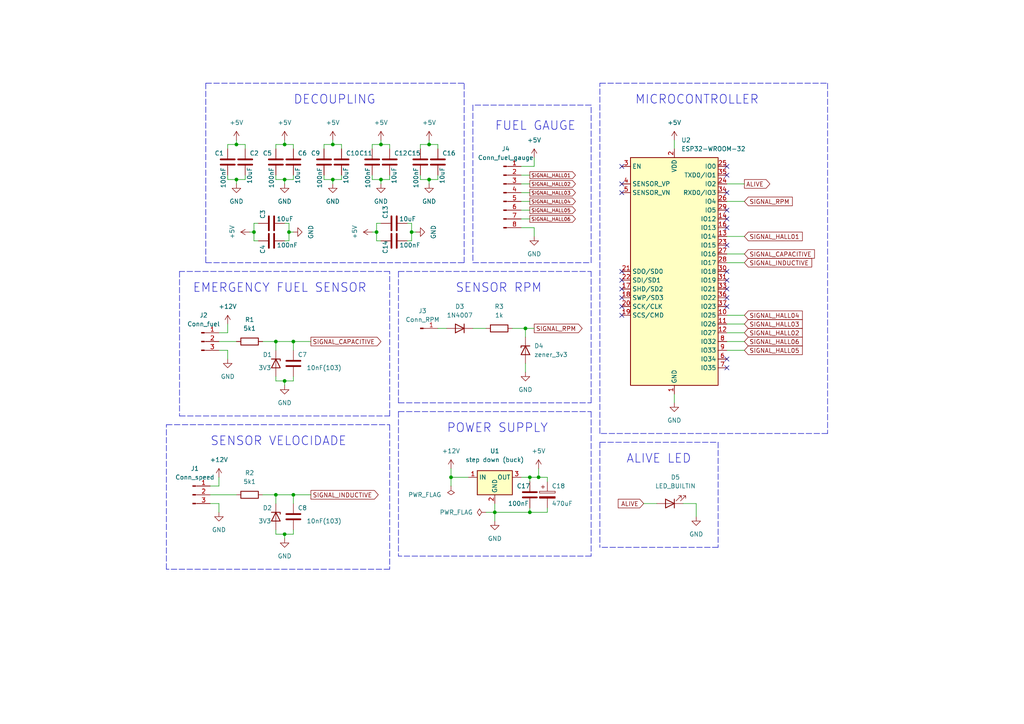
<source format=kicad_sch>
(kicad_sch (version 20211123) (generator eeschema)

  (uuid dca40e61-a4d7-4a5f-8a9e-8faf2369829d)

  (paper "A4")

  (title_block
    (title "ECU2")
    (date "2022-10-31")
    (rev "v1.0.6")
    (company "Parahybaja")
    (comment 1 "change Hall pinout due to internal conflicts")
  )

  (lib_symbols
    (symbol "Connector:Conn_01x01_Male" (pin_names (offset 1.016) hide) (in_bom yes) (on_board yes)
      (property "Reference" "J" (id 0) (at 0 2.54 0)
        (effects (font (size 1.27 1.27)))
      )
      (property "Value" "Conn_01x01_Male" (id 1) (at 0 -2.54 0)
        (effects (font (size 1.27 1.27)))
      )
      (property "Footprint" "" (id 2) (at 0 0 0)
        (effects (font (size 1.27 1.27)) hide)
      )
      (property "Datasheet" "~" (id 3) (at 0 0 0)
        (effects (font (size 1.27 1.27)) hide)
      )
      (property "ki_keywords" "connector" (id 4) (at 0 0 0)
        (effects (font (size 1.27 1.27)) hide)
      )
      (property "ki_description" "Generic connector, single row, 01x01, script generated (kicad-library-utils/schlib/autogen/connector/)" (id 5) (at 0 0 0)
        (effects (font (size 1.27 1.27)) hide)
      )
      (property "ki_fp_filters" "Connector*:*" (id 6) (at 0 0 0)
        (effects (font (size 1.27 1.27)) hide)
      )
      (symbol "Conn_01x01_Male_1_1"
        (polyline
          (pts
            (xy 1.27 0)
            (xy 0.8636 0)
          )
          (stroke (width 0.1524) (type default) (color 0 0 0 0))
          (fill (type none))
        )
        (rectangle (start 0.8636 0.127) (end 0 -0.127)
          (stroke (width 0.1524) (type default) (color 0 0 0 0))
          (fill (type outline))
        )
        (pin passive line (at 5.08 0 180) (length 3.81)
          (name "Pin_1" (effects (font (size 1.27 1.27))))
          (number "1" (effects (font (size 1.27 1.27))))
        )
      )
    )
    (symbol "Connector:Conn_01x03_Male" (pin_names (offset 1.016) hide) (in_bom yes) (on_board yes)
      (property "Reference" "J" (id 0) (at 0 5.08 0)
        (effects (font (size 1.27 1.27)))
      )
      (property "Value" "Conn_01x03_Male" (id 1) (at 0 -5.08 0)
        (effects (font (size 1.27 1.27)))
      )
      (property "Footprint" "" (id 2) (at 0 0 0)
        (effects (font (size 1.27 1.27)) hide)
      )
      (property "Datasheet" "~" (id 3) (at 0 0 0)
        (effects (font (size 1.27 1.27)) hide)
      )
      (property "ki_keywords" "connector" (id 4) (at 0 0 0)
        (effects (font (size 1.27 1.27)) hide)
      )
      (property "ki_description" "Generic connector, single row, 01x03, script generated (kicad-library-utils/schlib/autogen/connector/)" (id 5) (at 0 0 0)
        (effects (font (size 1.27 1.27)) hide)
      )
      (property "ki_fp_filters" "Connector*:*_1x??_*" (id 6) (at 0 0 0)
        (effects (font (size 1.27 1.27)) hide)
      )
      (symbol "Conn_01x03_Male_1_1"
        (polyline
          (pts
            (xy 1.27 -2.54)
            (xy 0.8636 -2.54)
          )
          (stroke (width 0.1524) (type default) (color 0 0 0 0))
          (fill (type none))
        )
        (polyline
          (pts
            (xy 1.27 0)
            (xy 0.8636 0)
          )
          (stroke (width 0.1524) (type default) (color 0 0 0 0))
          (fill (type none))
        )
        (polyline
          (pts
            (xy 1.27 2.54)
            (xy 0.8636 2.54)
          )
          (stroke (width 0.1524) (type default) (color 0 0 0 0))
          (fill (type none))
        )
        (rectangle (start 0.8636 -2.413) (end 0 -2.667)
          (stroke (width 0.1524) (type default) (color 0 0 0 0))
          (fill (type outline))
        )
        (rectangle (start 0.8636 0.127) (end 0 -0.127)
          (stroke (width 0.1524) (type default) (color 0 0 0 0))
          (fill (type outline))
        )
        (rectangle (start 0.8636 2.667) (end 0 2.413)
          (stroke (width 0.1524) (type default) (color 0 0 0 0))
          (fill (type outline))
        )
        (pin passive line (at 5.08 2.54 180) (length 3.81)
          (name "Pin_1" (effects (font (size 1.27 1.27))))
          (number "1" (effects (font (size 1.27 1.27))))
        )
        (pin passive line (at 5.08 0 180) (length 3.81)
          (name "Pin_2" (effects (font (size 1.27 1.27))))
          (number "2" (effects (font (size 1.27 1.27))))
        )
        (pin passive line (at 5.08 -2.54 180) (length 3.81)
          (name "Pin_3" (effects (font (size 1.27 1.27))))
          (number "3" (effects (font (size 1.27 1.27))))
        )
      )
    )
    (symbol "Connector:Conn_01x08_Male" (pin_names (offset 1.016) hide) (in_bom yes) (on_board yes)
      (property "Reference" "J" (id 0) (at 0 10.16 0)
        (effects (font (size 1.27 1.27)))
      )
      (property "Value" "Conn_01x08_Male" (id 1) (at 0 -12.7 0)
        (effects (font (size 1.27 1.27)))
      )
      (property "Footprint" "" (id 2) (at 0 0 0)
        (effects (font (size 1.27 1.27)) hide)
      )
      (property "Datasheet" "~" (id 3) (at 0 0 0)
        (effects (font (size 1.27 1.27)) hide)
      )
      (property "ki_keywords" "connector" (id 4) (at 0 0 0)
        (effects (font (size 1.27 1.27)) hide)
      )
      (property "ki_description" "Generic connector, single row, 01x08, script generated (kicad-library-utils/schlib/autogen/connector/)" (id 5) (at 0 0 0)
        (effects (font (size 1.27 1.27)) hide)
      )
      (property "ki_fp_filters" "Connector*:*_1x??_*" (id 6) (at 0 0 0)
        (effects (font (size 1.27 1.27)) hide)
      )
      (symbol "Conn_01x08_Male_1_1"
        (polyline
          (pts
            (xy 1.27 -10.16)
            (xy 0.8636 -10.16)
          )
          (stroke (width 0.1524) (type default) (color 0 0 0 0))
          (fill (type none))
        )
        (polyline
          (pts
            (xy 1.27 -7.62)
            (xy 0.8636 -7.62)
          )
          (stroke (width 0.1524) (type default) (color 0 0 0 0))
          (fill (type none))
        )
        (polyline
          (pts
            (xy 1.27 -5.08)
            (xy 0.8636 -5.08)
          )
          (stroke (width 0.1524) (type default) (color 0 0 0 0))
          (fill (type none))
        )
        (polyline
          (pts
            (xy 1.27 -2.54)
            (xy 0.8636 -2.54)
          )
          (stroke (width 0.1524) (type default) (color 0 0 0 0))
          (fill (type none))
        )
        (polyline
          (pts
            (xy 1.27 0)
            (xy 0.8636 0)
          )
          (stroke (width 0.1524) (type default) (color 0 0 0 0))
          (fill (type none))
        )
        (polyline
          (pts
            (xy 1.27 2.54)
            (xy 0.8636 2.54)
          )
          (stroke (width 0.1524) (type default) (color 0 0 0 0))
          (fill (type none))
        )
        (polyline
          (pts
            (xy 1.27 5.08)
            (xy 0.8636 5.08)
          )
          (stroke (width 0.1524) (type default) (color 0 0 0 0))
          (fill (type none))
        )
        (polyline
          (pts
            (xy 1.27 7.62)
            (xy 0.8636 7.62)
          )
          (stroke (width 0.1524) (type default) (color 0 0 0 0))
          (fill (type none))
        )
        (rectangle (start 0.8636 -10.033) (end 0 -10.287)
          (stroke (width 0.1524) (type default) (color 0 0 0 0))
          (fill (type outline))
        )
        (rectangle (start 0.8636 -7.493) (end 0 -7.747)
          (stroke (width 0.1524) (type default) (color 0 0 0 0))
          (fill (type outline))
        )
        (rectangle (start 0.8636 -4.953) (end 0 -5.207)
          (stroke (width 0.1524) (type default) (color 0 0 0 0))
          (fill (type outline))
        )
        (rectangle (start 0.8636 -2.413) (end 0 -2.667)
          (stroke (width 0.1524) (type default) (color 0 0 0 0))
          (fill (type outline))
        )
        (rectangle (start 0.8636 0.127) (end 0 -0.127)
          (stroke (width 0.1524) (type default) (color 0 0 0 0))
          (fill (type outline))
        )
        (rectangle (start 0.8636 2.667) (end 0 2.413)
          (stroke (width 0.1524) (type default) (color 0 0 0 0))
          (fill (type outline))
        )
        (rectangle (start 0.8636 5.207) (end 0 4.953)
          (stroke (width 0.1524) (type default) (color 0 0 0 0))
          (fill (type outline))
        )
        (rectangle (start 0.8636 7.747) (end 0 7.493)
          (stroke (width 0.1524) (type default) (color 0 0 0 0))
          (fill (type outline))
        )
        (pin passive line (at 5.08 7.62 180) (length 3.81)
          (name "Pin_1" (effects (font (size 1.27 1.27))))
          (number "1" (effects (font (size 1.27 1.27))))
        )
        (pin passive line (at 5.08 5.08 180) (length 3.81)
          (name "Pin_2" (effects (font (size 1.27 1.27))))
          (number "2" (effects (font (size 1.27 1.27))))
        )
        (pin passive line (at 5.08 2.54 180) (length 3.81)
          (name "Pin_3" (effects (font (size 1.27 1.27))))
          (number "3" (effects (font (size 1.27 1.27))))
        )
        (pin passive line (at 5.08 0 180) (length 3.81)
          (name "Pin_4" (effects (font (size 1.27 1.27))))
          (number "4" (effects (font (size 1.27 1.27))))
        )
        (pin passive line (at 5.08 -2.54 180) (length 3.81)
          (name "Pin_5" (effects (font (size 1.27 1.27))))
          (number "5" (effects (font (size 1.27 1.27))))
        )
        (pin passive line (at 5.08 -5.08 180) (length 3.81)
          (name "Pin_6" (effects (font (size 1.27 1.27))))
          (number "6" (effects (font (size 1.27 1.27))))
        )
        (pin passive line (at 5.08 -7.62 180) (length 3.81)
          (name "Pin_7" (effects (font (size 1.27 1.27))))
          (number "7" (effects (font (size 1.27 1.27))))
        )
        (pin passive line (at 5.08 -10.16 180) (length 3.81)
          (name "Pin_8" (effects (font (size 1.27 1.27))))
          (number "8" (effects (font (size 1.27 1.27))))
        )
      )
    )
    (symbol "Converter_DCDC:OKI-78SR-3.3_1.5-W36-C" (in_bom yes) (on_board yes)
      (property "Reference" "U" (id 0) (at -3.81 3.175 0)
        (effects (font (size 1.27 1.27)))
      )
      (property "Value" "OKI-78SR-3.3_1.5-W36-C" (id 1) (at 0 3.175 0)
        (effects (font (size 1.27 1.27)) (justify left))
      )
      (property "Footprint" "Converter_DCDC:Converter_DCDC_Murata_OKI-78SR_Vertical" (id 2) (at 1.27 -6.35 0)
        (effects (font (size 1.27 1.27) italic) (justify left) hide)
      )
      (property "Datasheet" "https://power.murata.com/data/power/oki-78sr.pdf" (id 3) (at 0 0 0)
        (effects (font (size 1.27 1.27)) hide)
      )
      (property "ki_keywords" "dc-dc murata Step-Down DC/DC-Regulator" (id 4) (at 0 0 0)
        (effects (font (size 1.27 1.27)) hide)
      )
      (property "ki_description" "1.5A Step-Down DC/DC-Regulator, 7-36V input, 3.3V fixed Output Voltage, LM78xx replacement, -40°C to +85°C, OKI-78SR_Vertical" (id 5) (at 0 0 0)
        (effects (font (size 1.27 1.27)) hide)
      )
      (property "ki_fp_filters" "Converter*DCDC*Murata*OKI*78SR*Vertical*" (id 6) (at 0 0 0)
        (effects (font (size 1.27 1.27)) hide)
      )
      (symbol "OKI-78SR-3.3_1.5-W36-C_0_1"
        (rectangle (start -5.08 1.905) (end 5.08 -5.08)
          (stroke (width 0.254) (type default) (color 0 0 0 0))
          (fill (type background))
        )
      )
      (symbol "OKI-78SR-3.3_1.5-W36-C_1_1"
        (pin power_in line (at -7.62 0 0) (length 2.54)
          (name "IN" (effects (font (size 1.27 1.27))))
          (number "1" (effects (font (size 1.27 1.27))))
        )
        (pin power_in line (at 0 -7.62 90) (length 2.54)
          (name "GND" (effects (font (size 1.27 1.27))))
          (number "2" (effects (font (size 1.27 1.27))))
        )
        (pin power_out line (at 7.62 0 180) (length 2.54)
          (name "OUT" (effects (font (size 1.27 1.27))))
          (number "3" (effects (font (size 1.27 1.27))))
        )
      )
    )
    (symbol "Device:C" (pin_numbers hide) (pin_names (offset 0.254)) (in_bom yes) (on_board yes)
      (property "Reference" "C" (id 0) (at 0.635 2.54 0)
        (effects (font (size 1.27 1.27)) (justify left))
      )
      (property "Value" "C" (id 1) (at 0.635 -2.54 0)
        (effects (font (size 1.27 1.27)) (justify left))
      )
      (property "Footprint" "" (id 2) (at 0.9652 -3.81 0)
        (effects (font (size 1.27 1.27)) hide)
      )
      (property "Datasheet" "~" (id 3) (at 0 0 0)
        (effects (font (size 1.27 1.27)) hide)
      )
      (property "ki_keywords" "cap capacitor" (id 4) (at 0 0 0)
        (effects (font (size 1.27 1.27)) hide)
      )
      (property "ki_description" "Unpolarized capacitor" (id 5) (at 0 0 0)
        (effects (font (size 1.27 1.27)) hide)
      )
      (property "ki_fp_filters" "C_*" (id 6) (at 0 0 0)
        (effects (font (size 1.27 1.27)) hide)
      )
      (symbol "C_0_1"
        (polyline
          (pts
            (xy -2.032 -0.762)
            (xy 2.032 -0.762)
          )
          (stroke (width 0.508) (type default) (color 0 0 0 0))
          (fill (type none))
        )
        (polyline
          (pts
            (xy -2.032 0.762)
            (xy 2.032 0.762)
          )
          (stroke (width 0.508) (type default) (color 0 0 0 0))
          (fill (type none))
        )
      )
      (symbol "C_1_1"
        (pin passive line (at 0 3.81 270) (length 2.794)
          (name "~" (effects (font (size 1.27 1.27))))
          (number "1" (effects (font (size 1.27 1.27))))
        )
        (pin passive line (at 0 -3.81 90) (length 2.794)
          (name "~" (effects (font (size 1.27 1.27))))
          (number "2" (effects (font (size 1.27 1.27))))
        )
      )
    )
    (symbol "Device:C_Polarized" (pin_numbers hide) (pin_names (offset 0.254)) (in_bom yes) (on_board yes)
      (property "Reference" "C" (id 0) (at 0.635 2.54 0)
        (effects (font (size 1.27 1.27)) (justify left))
      )
      (property "Value" "C_Polarized" (id 1) (at 0.635 -2.54 0)
        (effects (font (size 1.27 1.27)) (justify left))
      )
      (property "Footprint" "" (id 2) (at 0.9652 -3.81 0)
        (effects (font (size 1.27 1.27)) hide)
      )
      (property "Datasheet" "~" (id 3) (at 0 0 0)
        (effects (font (size 1.27 1.27)) hide)
      )
      (property "ki_keywords" "cap capacitor" (id 4) (at 0 0 0)
        (effects (font (size 1.27 1.27)) hide)
      )
      (property "ki_description" "Polarized capacitor" (id 5) (at 0 0 0)
        (effects (font (size 1.27 1.27)) hide)
      )
      (property "ki_fp_filters" "CP_*" (id 6) (at 0 0 0)
        (effects (font (size 1.27 1.27)) hide)
      )
      (symbol "C_Polarized_0_1"
        (rectangle (start -2.286 0.508) (end 2.286 1.016)
          (stroke (width 0) (type default) (color 0 0 0 0))
          (fill (type none))
        )
        (polyline
          (pts
            (xy -1.778 2.286)
            (xy -0.762 2.286)
          )
          (stroke (width 0) (type default) (color 0 0 0 0))
          (fill (type none))
        )
        (polyline
          (pts
            (xy -1.27 2.794)
            (xy -1.27 1.778)
          )
          (stroke (width 0) (type default) (color 0 0 0 0))
          (fill (type none))
        )
        (rectangle (start 2.286 -0.508) (end -2.286 -1.016)
          (stroke (width 0) (type default) (color 0 0 0 0))
          (fill (type outline))
        )
      )
      (symbol "C_Polarized_1_1"
        (pin passive line (at 0 3.81 270) (length 2.794)
          (name "~" (effects (font (size 1.27 1.27))))
          (number "1" (effects (font (size 1.27 1.27))))
        )
        (pin passive line (at 0 -3.81 90) (length 2.794)
          (name "~" (effects (font (size 1.27 1.27))))
          (number "2" (effects (font (size 1.27 1.27))))
        )
      )
    )
    (symbol "Device:D_Zener" (pin_numbers hide) (pin_names (offset 1.016) hide) (in_bom yes) (on_board yes)
      (property "Reference" "D" (id 0) (at 0 2.54 0)
        (effects (font (size 1.27 1.27)))
      )
      (property "Value" "D_Zener" (id 1) (at 0 -2.54 0)
        (effects (font (size 1.27 1.27)))
      )
      (property "Footprint" "" (id 2) (at 0 0 0)
        (effects (font (size 1.27 1.27)) hide)
      )
      (property "Datasheet" "~" (id 3) (at 0 0 0)
        (effects (font (size 1.27 1.27)) hide)
      )
      (property "ki_keywords" "diode" (id 4) (at 0 0 0)
        (effects (font (size 1.27 1.27)) hide)
      )
      (property "ki_description" "Zener diode" (id 5) (at 0 0 0)
        (effects (font (size 1.27 1.27)) hide)
      )
      (property "ki_fp_filters" "TO-???* *_Diode_* *SingleDiode* D_*" (id 6) (at 0 0 0)
        (effects (font (size 1.27 1.27)) hide)
      )
      (symbol "D_Zener_0_1"
        (polyline
          (pts
            (xy 1.27 0)
            (xy -1.27 0)
          )
          (stroke (width 0) (type default) (color 0 0 0 0))
          (fill (type none))
        )
        (polyline
          (pts
            (xy -1.27 -1.27)
            (xy -1.27 1.27)
            (xy -0.762 1.27)
          )
          (stroke (width 0.254) (type default) (color 0 0 0 0))
          (fill (type none))
        )
        (polyline
          (pts
            (xy 1.27 -1.27)
            (xy 1.27 1.27)
            (xy -1.27 0)
            (xy 1.27 -1.27)
          )
          (stroke (width 0.254) (type default) (color 0 0 0 0))
          (fill (type none))
        )
      )
      (symbol "D_Zener_1_1"
        (pin passive line (at -3.81 0 0) (length 2.54)
          (name "K" (effects (font (size 1.27 1.27))))
          (number "1" (effects (font (size 1.27 1.27))))
        )
        (pin passive line (at 3.81 0 180) (length 2.54)
          (name "A" (effects (font (size 1.27 1.27))))
          (number "2" (effects (font (size 1.27 1.27))))
        )
      )
    )
    (symbol "Device:LED" (pin_numbers hide) (pin_names (offset 1.016) hide) (in_bom yes) (on_board yes)
      (property "Reference" "D" (id 0) (at 0 2.54 0)
        (effects (font (size 1.27 1.27)))
      )
      (property "Value" "LED" (id 1) (at 0 -2.54 0)
        (effects (font (size 1.27 1.27)))
      )
      (property "Footprint" "" (id 2) (at 0 0 0)
        (effects (font (size 1.27 1.27)) hide)
      )
      (property "Datasheet" "~" (id 3) (at 0 0 0)
        (effects (font (size 1.27 1.27)) hide)
      )
      (property "ki_keywords" "LED diode" (id 4) (at 0 0 0)
        (effects (font (size 1.27 1.27)) hide)
      )
      (property "ki_description" "Light emitting diode" (id 5) (at 0 0 0)
        (effects (font (size 1.27 1.27)) hide)
      )
      (property "ki_fp_filters" "LED* LED_SMD:* LED_THT:*" (id 6) (at 0 0 0)
        (effects (font (size 1.27 1.27)) hide)
      )
      (symbol "LED_0_1"
        (polyline
          (pts
            (xy -1.27 -1.27)
            (xy -1.27 1.27)
          )
          (stroke (width 0.254) (type default) (color 0 0 0 0))
          (fill (type none))
        )
        (polyline
          (pts
            (xy -1.27 0)
            (xy 1.27 0)
          )
          (stroke (width 0) (type default) (color 0 0 0 0))
          (fill (type none))
        )
        (polyline
          (pts
            (xy 1.27 -1.27)
            (xy 1.27 1.27)
            (xy -1.27 0)
            (xy 1.27 -1.27)
          )
          (stroke (width 0.254) (type default) (color 0 0 0 0))
          (fill (type none))
        )
        (polyline
          (pts
            (xy -3.048 -0.762)
            (xy -4.572 -2.286)
            (xy -3.81 -2.286)
            (xy -4.572 -2.286)
            (xy -4.572 -1.524)
          )
          (stroke (width 0) (type default) (color 0 0 0 0))
          (fill (type none))
        )
        (polyline
          (pts
            (xy -1.778 -0.762)
            (xy -3.302 -2.286)
            (xy -2.54 -2.286)
            (xy -3.302 -2.286)
            (xy -3.302 -1.524)
          )
          (stroke (width 0) (type default) (color 0 0 0 0))
          (fill (type none))
        )
      )
      (symbol "LED_1_1"
        (pin passive line (at -3.81 0 0) (length 2.54)
          (name "K" (effects (font (size 1.27 1.27))))
          (number "1" (effects (font (size 1.27 1.27))))
        )
        (pin passive line (at 3.81 0 180) (length 2.54)
          (name "A" (effects (font (size 1.27 1.27))))
          (number "2" (effects (font (size 1.27 1.27))))
        )
      )
    )
    (symbol "Device:R" (pin_numbers hide) (pin_names (offset 0)) (in_bom yes) (on_board yes)
      (property "Reference" "R" (id 0) (at 2.032 0 90)
        (effects (font (size 1.27 1.27)))
      )
      (property "Value" "R" (id 1) (at 0 0 90)
        (effects (font (size 1.27 1.27)))
      )
      (property "Footprint" "" (id 2) (at -1.778 0 90)
        (effects (font (size 1.27 1.27)) hide)
      )
      (property "Datasheet" "~" (id 3) (at 0 0 0)
        (effects (font (size 1.27 1.27)) hide)
      )
      (property "ki_keywords" "R res resistor" (id 4) (at 0 0 0)
        (effects (font (size 1.27 1.27)) hide)
      )
      (property "ki_description" "Resistor" (id 5) (at 0 0 0)
        (effects (font (size 1.27 1.27)) hide)
      )
      (property "ki_fp_filters" "R_*" (id 6) (at 0 0 0)
        (effects (font (size 1.27 1.27)) hide)
      )
      (symbol "R_0_1"
        (rectangle (start -1.016 -2.54) (end 1.016 2.54)
          (stroke (width 0.254) (type default) (color 0 0 0 0))
          (fill (type none))
        )
      )
      (symbol "R_1_1"
        (pin passive line (at 0 3.81 270) (length 1.27)
          (name "~" (effects (font (size 1.27 1.27))))
          (number "1" (effects (font (size 1.27 1.27))))
        )
        (pin passive line (at 0 -3.81 90) (length 1.27)
          (name "~" (effects (font (size 1.27 1.27))))
          (number "2" (effects (font (size 1.27 1.27))))
        )
      )
    )
    (symbol "Diode:1N4007" (pin_numbers hide) (pin_names (offset 1.016) hide) (in_bom yes) (on_board yes)
      (property "Reference" "D" (id 0) (at 0 2.54 0)
        (effects (font (size 1.27 1.27)))
      )
      (property "Value" "1N4007" (id 1) (at 0 -2.54 0)
        (effects (font (size 1.27 1.27)))
      )
      (property "Footprint" "Diode_THT:D_DO-41_SOD81_P10.16mm_Horizontal" (id 2) (at 0 -4.445 0)
        (effects (font (size 1.27 1.27)) hide)
      )
      (property "Datasheet" "http://www.vishay.com/docs/88503/1n4001.pdf" (id 3) (at 0 0 0)
        (effects (font (size 1.27 1.27)) hide)
      )
      (property "ki_keywords" "diode" (id 4) (at 0 0 0)
        (effects (font (size 1.27 1.27)) hide)
      )
      (property "ki_description" "1000V 1A General Purpose Rectifier Diode, DO-41" (id 5) (at 0 0 0)
        (effects (font (size 1.27 1.27)) hide)
      )
      (property "ki_fp_filters" "D*DO?41*" (id 6) (at 0 0 0)
        (effects (font (size 1.27 1.27)) hide)
      )
      (symbol "1N4007_0_1"
        (polyline
          (pts
            (xy -1.27 1.27)
            (xy -1.27 -1.27)
          )
          (stroke (width 0.254) (type default) (color 0 0 0 0))
          (fill (type none))
        )
        (polyline
          (pts
            (xy 1.27 0)
            (xy -1.27 0)
          )
          (stroke (width 0) (type default) (color 0 0 0 0))
          (fill (type none))
        )
        (polyline
          (pts
            (xy 1.27 1.27)
            (xy 1.27 -1.27)
            (xy -1.27 0)
            (xy 1.27 1.27)
          )
          (stroke (width 0.254) (type default) (color 0 0 0 0))
          (fill (type none))
        )
      )
      (symbol "1N4007_1_1"
        (pin passive line (at -3.81 0 0) (length 2.54)
          (name "K" (effects (font (size 1.27 1.27))))
          (number "1" (effects (font (size 1.27 1.27))))
        )
        (pin passive line (at 3.81 0 180) (length 2.54)
          (name "A" (effects (font (size 1.27 1.27))))
          (number "2" (effects (font (size 1.27 1.27))))
        )
      )
    )
    (symbol "RF_Module:ESP32-WROOM-32" (in_bom yes) (on_board yes)
      (property "Reference" "U" (id 0) (at -12.7 34.29 0)
        (effects (font (size 1.27 1.27)) (justify left))
      )
      (property "Value" "ESP32-WROOM-32" (id 1) (at 1.27 34.29 0)
        (effects (font (size 1.27 1.27)) (justify left))
      )
      (property "Footprint" "RF_Module:ESP32-WROOM-32" (id 2) (at 0 -38.1 0)
        (effects (font (size 1.27 1.27)) hide)
      )
      (property "Datasheet" "https://www.espressif.com/sites/default/files/documentation/esp32-wroom-32_datasheet_en.pdf" (id 3) (at -7.62 1.27 0)
        (effects (font (size 1.27 1.27)) hide)
      )
      (property "ki_keywords" "RF Radio BT ESP ESP32 Espressif onboard PCB antenna" (id 4) (at 0 0 0)
        (effects (font (size 1.27 1.27)) hide)
      )
      (property "ki_description" "RF Module, ESP32-D0WDQ6 SoC, Wi-Fi 802.11b/g/n, Bluetooth, BLE, 32-bit, 2.7-3.6V, onboard antenna, SMD" (id 5) (at 0 0 0)
        (effects (font (size 1.27 1.27)) hide)
      )
      (property "ki_fp_filters" "ESP32?WROOM?32*" (id 6) (at 0 0 0)
        (effects (font (size 1.27 1.27)) hide)
      )
      (symbol "ESP32-WROOM-32_0_1"
        (rectangle (start -12.7 33.02) (end 12.7 -33.02)
          (stroke (width 0.254) (type default) (color 0 0 0 0))
          (fill (type background))
        )
      )
      (symbol "ESP32-WROOM-32_1_1"
        (pin power_in line (at 0 -35.56 90) (length 2.54)
          (name "GND" (effects (font (size 1.27 1.27))))
          (number "1" (effects (font (size 1.27 1.27))))
        )
        (pin bidirectional line (at 15.24 -12.7 180) (length 2.54)
          (name "IO25" (effects (font (size 1.27 1.27))))
          (number "10" (effects (font (size 1.27 1.27))))
        )
        (pin bidirectional line (at 15.24 -15.24 180) (length 2.54)
          (name "IO26" (effects (font (size 1.27 1.27))))
          (number "11" (effects (font (size 1.27 1.27))))
        )
        (pin bidirectional line (at 15.24 -17.78 180) (length 2.54)
          (name "IO27" (effects (font (size 1.27 1.27))))
          (number "12" (effects (font (size 1.27 1.27))))
        )
        (pin bidirectional line (at 15.24 10.16 180) (length 2.54)
          (name "IO14" (effects (font (size 1.27 1.27))))
          (number "13" (effects (font (size 1.27 1.27))))
        )
        (pin bidirectional line (at 15.24 15.24 180) (length 2.54)
          (name "IO12" (effects (font (size 1.27 1.27))))
          (number "14" (effects (font (size 1.27 1.27))))
        )
        (pin passive line (at 0 -35.56 90) (length 2.54) hide
          (name "GND" (effects (font (size 1.27 1.27))))
          (number "15" (effects (font (size 1.27 1.27))))
        )
        (pin bidirectional line (at 15.24 12.7 180) (length 2.54)
          (name "IO13" (effects (font (size 1.27 1.27))))
          (number "16" (effects (font (size 1.27 1.27))))
        )
        (pin bidirectional line (at -15.24 -5.08 0) (length 2.54)
          (name "SHD/SD2" (effects (font (size 1.27 1.27))))
          (number "17" (effects (font (size 1.27 1.27))))
        )
        (pin bidirectional line (at -15.24 -7.62 0) (length 2.54)
          (name "SWP/SD3" (effects (font (size 1.27 1.27))))
          (number "18" (effects (font (size 1.27 1.27))))
        )
        (pin bidirectional line (at -15.24 -12.7 0) (length 2.54)
          (name "SCS/CMD" (effects (font (size 1.27 1.27))))
          (number "19" (effects (font (size 1.27 1.27))))
        )
        (pin power_in line (at 0 35.56 270) (length 2.54)
          (name "VDD" (effects (font (size 1.27 1.27))))
          (number "2" (effects (font (size 1.27 1.27))))
        )
        (pin bidirectional line (at -15.24 -10.16 0) (length 2.54)
          (name "SCK/CLK" (effects (font (size 1.27 1.27))))
          (number "20" (effects (font (size 1.27 1.27))))
        )
        (pin bidirectional line (at -15.24 0 0) (length 2.54)
          (name "SDO/SD0" (effects (font (size 1.27 1.27))))
          (number "21" (effects (font (size 1.27 1.27))))
        )
        (pin bidirectional line (at -15.24 -2.54 0) (length 2.54)
          (name "SDI/SD1" (effects (font (size 1.27 1.27))))
          (number "22" (effects (font (size 1.27 1.27))))
        )
        (pin bidirectional line (at 15.24 7.62 180) (length 2.54)
          (name "IO15" (effects (font (size 1.27 1.27))))
          (number "23" (effects (font (size 1.27 1.27))))
        )
        (pin bidirectional line (at 15.24 25.4 180) (length 2.54)
          (name "IO2" (effects (font (size 1.27 1.27))))
          (number "24" (effects (font (size 1.27 1.27))))
        )
        (pin bidirectional line (at 15.24 30.48 180) (length 2.54)
          (name "IO0" (effects (font (size 1.27 1.27))))
          (number "25" (effects (font (size 1.27 1.27))))
        )
        (pin bidirectional line (at 15.24 20.32 180) (length 2.54)
          (name "IO4" (effects (font (size 1.27 1.27))))
          (number "26" (effects (font (size 1.27 1.27))))
        )
        (pin bidirectional line (at 15.24 5.08 180) (length 2.54)
          (name "IO16" (effects (font (size 1.27 1.27))))
          (number "27" (effects (font (size 1.27 1.27))))
        )
        (pin bidirectional line (at 15.24 2.54 180) (length 2.54)
          (name "IO17" (effects (font (size 1.27 1.27))))
          (number "28" (effects (font (size 1.27 1.27))))
        )
        (pin bidirectional line (at 15.24 17.78 180) (length 2.54)
          (name "IO5" (effects (font (size 1.27 1.27))))
          (number "29" (effects (font (size 1.27 1.27))))
        )
        (pin input line (at -15.24 30.48 0) (length 2.54)
          (name "EN" (effects (font (size 1.27 1.27))))
          (number "3" (effects (font (size 1.27 1.27))))
        )
        (pin bidirectional line (at 15.24 0 180) (length 2.54)
          (name "IO18" (effects (font (size 1.27 1.27))))
          (number "30" (effects (font (size 1.27 1.27))))
        )
        (pin bidirectional line (at 15.24 -2.54 180) (length 2.54)
          (name "IO19" (effects (font (size 1.27 1.27))))
          (number "31" (effects (font (size 1.27 1.27))))
        )
        (pin no_connect line (at -12.7 -27.94 0) (length 2.54) hide
          (name "NC" (effects (font (size 1.27 1.27))))
          (number "32" (effects (font (size 1.27 1.27))))
        )
        (pin bidirectional line (at 15.24 -5.08 180) (length 2.54)
          (name "IO21" (effects (font (size 1.27 1.27))))
          (number "33" (effects (font (size 1.27 1.27))))
        )
        (pin bidirectional line (at 15.24 22.86 180) (length 2.54)
          (name "RXD0/IO3" (effects (font (size 1.27 1.27))))
          (number "34" (effects (font (size 1.27 1.27))))
        )
        (pin bidirectional line (at 15.24 27.94 180) (length 2.54)
          (name "TXD0/IO1" (effects (font (size 1.27 1.27))))
          (number "35" (effects (font (size 1.27 1.27))))
        )
        (pin bidirectional line (at 15.24 -7.62 180) (length 2.54)
          (name "IO22" (effects (font (size 1.27 1.27))))
          (number "36" (effects (font (size 1.27 1.27))))
        )
        (pin bidirectional line (at 15.24 -10.16 180) (length 2.54)
          (name "IO23" (effects (font (size 1.27 1.27))))
          (number "37" (effects (font (size 1.27 1.27))))
        )
        (pin passive line (at 0 -35.56 90) (length 2.54) hide
          (name "GND" (effects (font (size 1.27 1.27))))
          (number "38" (effects (font (size 1.27 1.27))))
        )
        (pin passive line (at 0 -35.56 90) (length 2.54) hide
          (name "GND" (effects (font (size 1.27 1.27))))
          (number "39" (effects (font (size 1.27 1.27))))
        )
        (pin input line (at -15.24 25.4 0) (length 2.54)
          (name "SENSOR_VP" (effects (font (size 1.27 1.27))))
          (number "4" (effects (font (size 1.27 1.27))))
        )
        (pin input line (at -15.24 22.86 0) (length 2.54)
          (name "SENSOR_VN" (effects (font (size 1.27 1.27))))
          (number "5" (effects (font (size 1.27 1.27))))
        )
        (pin input line (at 15.24 -25.4 180) (length 2.54)
          (name "IO34" (effects (font (size 1.27 1.27))))
          (number "6" (effects (font (size 1.27 1.27))))
        )
        (pin input line (at 15.24 -27.94 180) (length 2.54)
          (name "IO35" (effects (font (size 1.27 1.27))))
          (number "7" (effects (font (size 1.27 1.27))))
        )
        (pin bidirectional line (at 15.24 -20.32 180) (length 2.54)
          (name "IO32" (effects (font (size 1.27 1.27))))
          (number "8" (effects (font (size 1.27 1.27))))
        )
        (pin bidirectional line (at 15.24 -22.86 180) (length 2.54)
          (name "IO33" (effects (font (size 1.27 1.27))))
          (number "9" (effects (font (size 1.27 1.27))))
        )
      )
    )
    (symbol "power:+12V" (power) (pin_names (offset 0)) (in_bom yes) (on_board yes)
      (property "Reference" "#PWR" (id 0) (at 0 -3.81 0)
        (effects (font (size 1.27 1.27)) hide)
      )
      (property "Value" "+12V" (id 1) (at 0 3.556 0)
        (effects (font (size 1.27 1.27)))
      )
      (property "Footprint" "" (id 2) (at 0 0 0)
        (effects (font (size 1.27 1.27)) hide)
      )
      (property "Datasheet" "" (id 3) (at 0 0 0)
        (effects (font (size 1.27 1.27)) hide)
      )
      (property "ki_keywords" "power-flag" (id 4) (at 0 0 0)
        (effects (font (size 1.27 1.27)) hide)
      )
      (property "ki_description" "Power symbol creates a global label with name \"+12V\"" (id 5) (at 0 0 0)
        (effects (font (size 1.27 1.27)) hide)
      )
      (symbol "+12V_0_1"
        (polyline
          (pts
            (xy -0.762 1.27)
            (xy 0 2.54)
          )
          (stroke (width 0) (type default) (color 0 0 0 0))
          (fill (type none))
        )
        (polyline
          (pts
            (xy 0 0)
            (xy 0 2.54)
          )
          (stroke (width 0) (type default) (color 0 0 0 0))
          (fill (type none))
        )
        (polyline
          (pts
            (xy 0 2.54)
            (xy 0.762 1.27)
          )
          (stroke (width 0) (type default) (color 0 0 0 0))
          (fill (type none))
        )
      )
      (symbol "+12V_1_1"
        (pin power_in line (at 0 0 90) (length 0) hide
          (name "+12V" (effects (font (size 1.27 1.27))))
          (number "1" (effects (font (size 1.27 1.27))))
        )
      )
    )
    (symbol "power:+5V" (power) (pin_names (offset 0)) (in_bom yes) (on_board yes)
      (property "Reference" "#PWR" (id 0) (at 0 -3.81 0)
        (effects (font (size 1.27 1.27)) hide)
      )
      (property "Value" "+5V" (id 1) (at 0 3.556 0)
        (effects (font (size 1.27 1.27)))
      )
      (property "Footprint" "" (id 2) (at 0 0 0)
        (effects (font (size 1.27 1.27)) hide)
      )
      (property "Datasheet" "" (id 3) (at 0 0 0)
        (effects (font (size 1.27 1.27)) hide)
      )
      (property "ki_keywords" "power-flag" (id 4) (at 0 0 0)
        (effects (font (size 1.27 1.27)) hide)
      )
      (property "ki_description" "Power symbol creates a global label with name \"+5V\"" (id 5) (at 0 0 0)
        (effects (font (size 1.27 1.27)) hide)
      )
      (symbol "+5V_0_1"
        (polyline
          (pts
            (xy -0.762 1.27)
            (xy 0 2.54)
          )
          (stroke (width 0) (type default) (color 0 0 0 0))
          (fill (type none))
        )
        (polyline
          (pts
            (xy 0 0)
            (xy 0 2.54)
          )
          (stroke (width 0) (type default) (color 0 0 0 0))
          (fill (type none))
        )
        (polyline
          (pts
            (xy 0 2.54)
            (xy 0.762 1.27)
          )
          (stroke (width 0) (type default) (color 0 0 0 0))
          (fill (type none))
        )
      )
      (symbol "+5V_1_1"
        (pin power_in line (at 0 0 90) (length 0) hide
          (name "+5V" (effects (font (size 1.27 1.27))))
          (number "1" (effects (font (size 1.27 1.27))))
        )
      )
    )
    (symbol "power:GND" (power) (pin_names (offset 0)) (in_bom yes) (on_board yes)
      (property "Reference" "#PWR" (id 0) (at 0 -6.35 0)
        (effects (font (size 1.27 1.27)) hide)
      )
      (property "Value" "GND" (id 1) (at 0 -3.81 0)
        (effects (font (size 1.27 1.27)))
      )
      (property "Footprint" "" (id 2) (at 0 0 0)
        (effects (font (size 1.27 1.27)) hide)
      )
      (property "Datasheet" "" (id 3) (at 0 0 0)
        (effects (font (size 1.27 1.27)) hide)
      )
      (property "ki_keywords" "power-flag" (id 4) (at 0 0 0)
        (effects (font (size 1.27 1.27)) hide)
      )
      (property "ki_description" "Power symbol creates a global label with name \"GND\" , ground" (id 5) (at 0 0 0)
        (effects (font (size 1.27 1.27)) hide)
      )
      (symbol "GND_0_1"
        (polyline
          (pts
            (xy 0 0)
            (xy 0 -1.27)
            (xy 1.27 -1.27)
            (xy 0 -2.54)
            (xy -1.27 -1.27)
            (xy 0 -1.27)
          )
          (stroke (width 0) (type default) (color 0 0 0 0))
          (fill (type none))
        )
      )
      (symbol "GND_1_1"
        (pin power_in line (at 0 0 270) (length 0) hide
          (name "GND" (effects (font (size 1.27 1.27))))
          (number "1" (effects (font (size 1.27 1.27))))
        )
      )
    )
    (symbol "power:PWR_FLAG" (power) (pin_numbers hide) (pin_names (offset 0) hide) (in_bom yes) (on_board yes)
      (property "Reference" "#FLG" (id 0) (at 0 1.905 0)
        (effects (font (size 1.27 1.27)) hide)
      )
      (property "Value" "PWR_FLAG" (id 1) (at 0 3.81 0)
        (effects (font (size 1.27 1.27)))
      )
      (property "Footprint" "" (id 2) (at 0 0 0)
        (effects (font (size 1.27 1.27)) hide)
      )
      (property "Datasheet" "~" (id 3) (at 0 0 0)
        (effects (font (size 1.27 1.27)) hide)
      )
      (property "ki_keywords" "power-flag" (id 4) (at 0 0 0)
        (effects (font (size 1.27 1.27)) hide)
      )
      (property "ki_description" "Special symbol for telling ERC where power comes from" (id 5) (at 0 0 0)
        (effects (font (size 1.27 1.27)) hide)
      )
      (symbol "PWR_FLAG_0_0"
        (pin power_out line (at 0 0 90) (length 0)
          (name "pwr" (effects (font (size 1.27 1.27))))
          (number "1" (effects (font (size 1.27 1.27))))
        )
      )
      (symbol "PWR_FLAG_0_1"
        (polyline
          (pts
            (xy 0 0)
            (xy 0 1.27)
            (xy -1.016 1.905)
            (xy 0 2.54)
            (xy 1.016 1.905)
            (xy 0 1.27)
          )
          (stroke (width 0) (type default) (color 0 0 0 0))
          (fill (type none))
        )
      )
    )
  )

  (junction (at 68.58 41.91) (diameter 0) (color 0 0 0 0)
    (uuid 0a3c3f8b-dd0a-44ae-8675-7f61ae811aa7)
  )
  (junction (at 124.46 52.07) (diameter 0) (color 0 0 0 0)
    (uuid 0a95640c-056e-4128-9f2c-539343c95c6e)
  )
  (junction (at 152.4 95.25) (diameter 0) (color 0 0 0 0)
    (uuid 0c4cd1eb-604c-45d1-8a05-57c42444b1ce)
  )
  (junction (at 153.67 138.43) (diameter 0) (color 0 0 0 0)
    (uuid 0f4ad4bb-a435-4966-b3a5-579f963828a6)
  )
  (junction (at 110.49 41.91) (diameter 0) (color 0 0 0 0)
    (uuid 1a13bd04-02da-4298-96f5-618296e6e08e)
  )
  (junction (at 68.58 52.07) (diameter 0) (color 0 0 0 0)
    (uuid 31ffc7b6-6447-4f4c-a636-739ed7920143)
  )
  (junction (at 80.01 99.06) (diameter 0) (color 0 0 0 0)
    (uuid 382a6a55-1b4e-427f-a4d5-6dbfb2074bc4)
  )
  (junction (at 130.81 138.43) (diameter 0) (color 0 0 0 0)
    (uuid 44f94992-4a85-4a7a-9ecd-e24ae1c1b41c)
  )
  (junction (at 85.09 99.06) (diameter 0) (color 0 0 0 0)
    (uuid 54b93a13-3f64-44fd-92ac-fbaf1914dd48)
  )
  (junction (at 156.21 138.43) (diameter 0) (color 0 0 0 0)
    (uuid 642be834-2ecb-418f-ad12-33cb2fe3ba54)
  )
  (junction (at 109.22 67.31) (diameter 0) (color 0 0 0 0)
    (uuid 66ad1604-dee7-415f-80b8-ea58f9a9953e)
  )
  (junction (at 119.38 67.31) (diameter 0) (color 0 0 0 0)
    (uuid 6d8e4fc2-957e-4c4d-871e-1ea9d9b8c90c)
  )
  (junction (at 82.55 110.49) (diameter 0) (color 0 0 0 0)
    (uuid 839bd0f3-884c-4ccf-8912-349b09f5ff38)
  )
  (junction (at 124.46 41.91) (diameter 0) (color 0 0 0 0)
    (uuid 8cd88524-773a-4cb4-966b-88a849205606)
  )
  (junction (at 153.67 148.59) (diameter 0) (color 0 0 0 0)
    (uuid 9b631890-8c82-4bb3-8e70-b6b0bd48a3fa)
  )
  (junction (at 96.52 52.07) (diameter 0) (color 0 0 0 0)
    (uuid b0fba220-be72-4fce-bee4-0de531e9060c)
  )
  (junction (at 96.52 41.91) (diameter 0) (color 0 0 0 0)
    (uuid b32426e4-cb6c-46c5-982f-18d76b8e9d49)
  )
  (junction (at 110.49 52.07) (diameter 0) (color 0 0 0 0)
    (uuid cd921d08-c87b-490d-a814-3a71a3693f98)
  )
  (junction (at 83.82 67.31) (diameter 0) (color 0 0 0 0)
    (uuid cdb2eb24-b3d5-416a-b1ef-d09be2555700)
  )
  (junction (at 73.66 67.31) (diameter 0) (color 0 0 0 0)
    (uuid d0e1792e-fac5-42c6-97c6-ecf12aa062c5)
  )
  (junction (at 80.01 143.51) (diameter 0) (color 0 0 0 0)
    (uuid d1b1f8df-49b0-4adb-a4f6-65fe4b11a5e5)
  )
  (junction (at 82.55 41.91) (diameter 0) (color 0 0 0 0)
    (uuid d6ae4902-7538-490c-9aec-16e3b1c6304d)
  )
  (junction (at 82.55 154.94) (diameter 0) (color 0 0 0 0)
    (uuid df08e19c-0d69-4fcf-9276-e50cf793ea9e)
  )
  (junction (at 85.09 143.51) (diameter 0) (color 0 0 0 0)
    (uuid eca57cca-6079-4d6c-8ee7-70c9bf4c4975)
  )
  (junction (at 143.51 148.59) (diameter 0) (color 0 0 0 0)
    (uuid f2ff4a8a-e3fb-40a8-bd9a-fd07d3f80098)
  )
  (junction (at 82.55 52.07) (diameter 0) (color 0 0 0 0)
    (uuid feb8a0ff-3b74-4ec7-85ef-16a202ab7155)
  )

  (no_connect (at 210.82 66.04) (uuid 243381de-9c6a-4b1e-8323-0367e5d1e3f2))
  (no_connect (at 180.34 78.74) (uuid 3e50a268-d71e-4314-942d-7b302f0382fc))
  (no_connect (at 210.82 63.5) (uuid 3e50a268-d71e-4314-942d-7b302f0382fd))
  (no_connect (at 180.34 88.9) (uuid 3e50a268-d71e-4314-942d-7b302f0382fe))
  (no_connect (at 180.34 91.44) (uuid 3e50a268-d71e-4314-942d-7b302f0382ff))
  (no_connect (at 180.34 81.28) (uuid 3e50a268-d71e-4314-942d-7b302f038301))
  (no_connect (at 180.34 83.82) (uuid 3e50a268-d71e-4314-942d-7b302f038302))
  (no_connect (at 180.34 86.36) (uuid 3e50a268-d71e-4314-942d-7b302f038303))
  (no_connect (at 210.82 106.68) (uuid 3fc764ba-1f7a-485e-920e-9f162e7ab23d))
  (no_connect (at 210.82 104.14) (uuid 707fc739-86d3-4f37-b256-8300e5e07ada))
  (no_connect (at 210.82 81.28) (uuid 7206196d-a8a5-42ba-bc51-af248e0044a2))
  (no_connect (at 180.34 55.88) (uuid 7917c445-db5d-4f39-bd2b-a7dfd78eecc3))
  (no_connect (at 180.34 53.34) (uuid 7917c445-db5d-4f39-bd2b-a7dfd78eecc4))
  (no_connect (at 210.82 78.74) (uuid 7ec9c8a7-e818-4ae6-881a-be28538cbe65))
  (no_connect (at 210.82 88.9) (uuid 856f172c-3a84-421d-a606-3f31fbb62d9b))
  (no_connect (at 210.82 50.8) (uuid 866028dd-ac34-431b-926d-95a03106a732))
  (no_connect (at 210.82 71.12) (uuid a55e8d89-7ddd-4cce-9d14-191c26ec8404))
  (no_connect (at 210.82 86.36) (uuid c8099aa0-33e3-4c80-89bf-bc7aac3ecc7b))
  (no_connect (at 180.34 48.26) (uuid d4bda2ad-30f2-4dfa-8f1f-a890cd6373b1))
  (no_connect (at 210.82 48.26) (uuid d4bda2ad-30f2-4dfa-8f1f-a890cd6373b2))
  (no_connect (at 210.82 60.96) (uuid d4bda2ad-30f2-4dfa-8f1f-a890cd6373b8))
  (no_connect (at 210.82 55.88) (uuid db1274e8-0c64-4219-93f3-840c162a2552))
  (no_connect (at 210.82 83.82) (uuid e4c9048c-672a-428c-a9c6-3fbd0599221d))

  (wire (pts (xy 66.04 52.07) (xy 66.04 50.8))
    (stroke (width 0) (type default) (color 0 0 0 0))
    (uuid 007bc8d8-282c-4390-9dda-28313f3ee193)
  )
  (wire (pts (xy 140.97 148.59) (xy 143.51 148.59))
    (stroke (width 0) (type default) (color 0 0 0 0))
    (uuid 025ff56c-c5ea-48f1-8052-515b37c55615)
  )
  (polyline (pts (xy 171.45 30.48) (xy 137.16 30.48))
    (stroke (width 0) (type default) (color 0 0 0 0))
    (uuid 04e9a9db-79c9-4de4-b99e-278863ddd939)
  )

  (wire (pts (xy 151.13 50.8) (xy 153.67 50.8))
    (stroke (width 0) (type default) (color 0 0 0 0))
    (uuid 05a53e1a-1a9c-4306-a134-92d9b1e33932)
  )
  (wire (pts (xy 121.92 52.07) (xy 121.92 50.8))
    (stroke (width 0) (type default) (color 0 0 0 0))
    (uuid 0604c635-5163-4c86-a209-b76e8620cc2c)
  )
  (wire (pts (xy 63.5 101.6) (xy 66.04 101.6))
    (stroke (width 0) (type default) (color 0 0 0 0))
    (uuid 0758ea1c-19ca-4386-a7e4-48eb459e6496)
  )
  (polyline (pts (xy 115.57 119.38) (xy 115.57 161.29))
    (stroke (width 0) (type default) (color 0 0 0 0))
    (uuid 0769a740-0581-4915-81b4-ba73e6a8cc64)
  )

  (wire (pts (xy 85.09 146.05) (xy 85.09 143.51))
    (stroke (width 0) (type default) (color 0 0 0 0))
    (uuid 0809161b-c76e-424f-bcd5-524392261cf8)
  )
  (wire (pts (xy 82.55 111.76) (xy 82.55 110.49))
    (stroke (width 0) (type default) (color 0 0 0 0))
    (uuid 0a156103-c9a4-4af5-8399-20c1a2c09353)
  )
  (wire (pts (xy 210.82 96.52) (xy 215.9 96.52))
    (stroke (width 0) (type default) (color 0 0 0 0))
    (uuid 0a5a0c69-b03d-477a-acdd-6978d7572cd3)
  )
  (wire (pts (xy 99.06 41.91) (xy 99.06 43.18))
    (stroke (width 0) (type default) (color 0 0 0 0))
    (uuid 0b92a23a-ecce-4b99-a76f-62b1583d9194)
  )
  (wire (pts (xy 85.09 143.51) (xy 90.17 143.51))
    (stroke (width 0) (type default) (color 0 0 0 0))
    (uuid 109bdb2b-0bbc-4061-aa58-b98707af84e4)
  )
  (wire (pts (xy 68.58 41.91) (xy 71.12 41.91))
    (stroke (width 0) (type default) (color 0 0 0 0))
    (uuid 1167e7f0-a007-44ab-8370-bebfe2a8bcd1)
  )
  (wire (pts (xy 151.13 63.5) (xy 153.67 63.5))
    (stroke (width 0) (type default) (color 0 0 0 0))
    (uuid 16c5e5b0-a455-4670-bd4a-609b3d91467a)
  )
  (wire (pts (xy 201.93 146.05) (xy 198.12 146.05))
    (stroke (width 0) (type default) (color 0 0 0 0))
    (uuid 17d3e7ec-2559-41a8-8a94-9a824389bf71)
  )
  (wire (pts (xy 66.04 41.91) (xy 66.04 43.18))
    (stroke (width 0) (type default) (color 0 0 0 0))
    (uuid 214a08b3-4953-4acf-983e-94e95a573680)
  )
  (polyline (pts (xy 173.99 125.73) (xy 173.99 24.13))
    (stroke (width 0) (type default) (color 0 0 0 0))
    (uuid 2174c606-2e0b-43bf-b5b0-b9e4a308d0ec)
  )

  (wire (pts (xy 82.55 52.07) (xy 80.01 52.07))
    (stroke (width 0) (type default) (color 0 0 0 0))
    (uuid 23cd35fa-e40e-477e-92e8-3a9fff483ca5)
  )
  (wire (pts (xy 83.82 64.77) (xy 82.55 64.77))
    (stroke (width 0) (type default) (color 0 0 0 0))
    (uuid 24acefc0-cf56-4330-8aff-831392457119)
  )
  (polyline (pts (xy 52.07 120.65) (xy 113.03 120.65))
    (stroke (width 0) (type default) (color 0 0 0 0))
    (uuid 262c7306-4877-45c0-aa37-36dfdfa23eb8)
  )

  (wire (pts (xy 156.21 135.89) (xy 156.21 138.43))
    (stroke (width 0) (type default) (color 0 0 0 0))
    (uuid 26d82eaa-290b-4431-9d4b-eb9590d647eb)
  )
  (wire (pts (xy 73.66 69.85) (xy 74.93 69.85))
    (stroke (width 0) (type default) (color 0 0 0 0))
    (uuid 28342b09-370c-4a5a-8a96-a8a8d9844c04)
  )
  (wire (pts (xy 82.55 156.21) (xy 82.55 154.94))
    (stroke (width 0) (type default) (color 0 0 0 0))
    (uuid 2cf411b8-22f1-4195-9c97-bbef571269d8)
  )
  (wire (pts (xy 96.52 52.07) (xy 99.06 52.07))
    (stroke (width 0) (type default) (color 0 0 0 0))
    (uuid 2d1933d4-273d-4f93-97d3-7b2f4d88509a)
  )
  (wire (pts (xy 158.75 148.59) (xy 153.67 148.59))
    (stroke (width 0) (type default) (color 0 0 0 0))
    (uuid 2dc0e072-94f8-4cab-a4a2-e3b807080df4)
  )
  (wire (pts (xy 130.81 135.89) (xy 130.81 138.43))
    (stroke (width 0) (type default) (color 0 0 0 0))
    (uuid 307d3533-b57a-4e9f-ba02-2ec4261cea81)
  )
  (wire (pts (xy 195.58 114.3) (xy 195.58 116.84))
    (stroke (width 0) (type default) (color 0 0 0 0))
    (uuid 30e333b1-a58d-43ca-82b4-cc87e714460a)
  )
  (wire (pts (xy 195.58 40.64) (xy 195.58 43.18))
    (stroke (width 0) (type default) (color 0 0 0 0))
    (uuid 3474d326-6646-4110-9d63-c99ce512634d)
  )
  (wire (pts (xy 99.06 52.07) (xy 99.06 50.8))
    (stroke (width 0) (type default) (color 0 0 0 0))
    (uuid 37da0a6b-2279-407d-a870-cc7e133844db)
  )
  (wire (pts (xy 85.09 110.49) (xy 85.09 109.22))
    (stroke (width 0) (type default) (color 0 0 0 0))
    (uuid 3816c1a3-c029-4841-969f-89b7088d81dc)
  )
  (wire (pts (xy 110.49 40.64) (xy 110.49 41.91))
    (stroke (width 0) (type default) (color 0 0 0 0))
    (uuid 3ab7e4ea-9ae9-4b1f-a4a7-32a9cb795ba6)
  )
  (polyline (pts (xy 48.26 165.1) (xy 48.26 123.19))
    (stroke (width 0) (type default) (color 0 0 0 0))
    (uuid 3bd31798-cd4f-4161-86e9-839a9c844ac9)
  )
  (polyline (pts (xy 113.03 120.65) (xy 113.03 78.74))
    (stroke (width 0) (type default) (color 0 0 0 0))
    (uuid 3bd4828f-5909-4dae-9bbe-84f7a0523edc)
  )

  (wire (pts (xy 82.55 41.91) (xy 80.01 41.91))
    (stroke (width 0) (type default) (color 0 0 0 0))
    (uuid 3cb624ce-0831-4106-a534-0f6f757323e8)
  )
  (wire (pts (xy 109.22 64.77) (xy 110.49 64.77))
    (stroke (width 0) (type default) (color 0 0 0 0))
    (uuid 3d08d984-eb90-4924-8beb-934bbef403c4)
  )
  (polyline (pts (xy 240.03 125.73) (xy 173.99 125.73))
    (stroke (width 0) (type default) (color 0 0 0 0))
    (uuid 3ebddaa6-16e3-4fdd-801e-66d41cd82c28)
  )

  (wire (pts (xy 96.52 53.34) (xy 96.52 52.07))
    (stroke (width 0) (type default) (color 0 0 0 0))
    (uuid 4242fbb1-0afc-4afb-bd96-def228cddb05)
  )
  (wire (pts (xy 107.95 67.31) (xy 109.22 67.31))
    (stroke (width 0) (type default) (color 0 0 0 0))
    (uuid 43e9675f-e0f0-4c1d-937d-c0f51ab78075)
  )
  (wire (pts (xy 96.52 41.91) (xy 99.06 41.91))
    (stroke (width 0) (type default) (color 0 0 0 0))
    (uuid 4492a097-36f7-400d-af21-dc7853b3c9d7)
  )
  (wire (pts (xy 96.52 41.91) (xy 93.98 41.91))
    (stroke (width 0) (type default) (color 0 0 0 0))
    (uuid 47381ba5-b873-4572-a06a-0da3f8c61e5b)
  )
  (wire (pts (xy 201.93 149.86) (xy 201.93 146.05))
    (stroke (width 0) (type default) (color 0 0 0 0))
    (uuid 47a97be6-d324-4a30-a08f-e85ad3e4f722)
  )
  (polyline (pts (xy 59.69 76.2) (xy 134.62 76.2))
    (stroke (width 0) (type default) (color 0 0 0 0))
    (uuid 49762c72-8d65-4c9f-9f40-fb7290348a13)
  )

  (wire (pts (xy 153.67 138.43) (xy 151.13 138.43))
    (stroke (width 0) (type default) (color 0 0 0 0))
    (uuid 4a60cdb4-f0dc-4ff0-908a-98766372bed5)
  )
  (wire (pts (xy 80.01 110.49) (xy 80.01 109.22))
    (stroke (width 0) (type default) (color 0 0 0 0))
    (uuid 4cbf4613-9cbc-4832-b702-082ab1b2f7b8)
  )
  (polyline (pts (xy 115.57 116.84) (xy 171.45 116.84))
    (stroke (width 0) (type default) (color 0 0 0 0))
    (uuid 51aff6d6-6a8e-4e1a-9181-056c88095182)
  )

  (wire (pts (xy 110.49 53.34) (xy 110.49 52.07))
    (stroke (width 0) (type default) (color 0 0 0 0))
    (uuid 542e4cf4-5bec-46f7-973b-e7a3f21026bf)
  )
  (wire (pts (xy 124.46 40.64) (xy 124.46 41.91))
    (stroke (width 0) (type default) (color 0 0 0 0))
    (uuid 589d7450-f8ac-4e5c-9416-831e8fd07d76)
  )
  (wire (pts (xy 73.66 64.77) (xy 74.93 64.77))
    (stroke (width 0) (type default) (color 0 0 0 0))
    (uuid 5a3bc601-f3b6-4ca5-a13d-85914c868927)
  )
  (wire (pts (xy 60.96 143.51) (xy 68.58 143.51))
    (stroke (width 0) (type default) (color 0 0 0 0))
    (uuid 5aa17eb6-24fb-45b5-b48a-65a06c2707c8)
  )
  (wire (pts (xy 124.46 41.91) (xy 121.92 41.91))
    (stroke (width 0) (type default) (color 0 0 0 0))
    (uuid 5b407d99-c19e-47a0-a4f7-41106d65829e)
  )
  (wire (pts (xy 151.13 48.26) (xy 154.94 48.26))
    (stroke (width 0) (type default) (color 0 0 0 0))
    (uuid 5fba8022-9ad3-480e-a1dc-2942969f64e5)
  )
  (wire (pts (xy 73.66 67.31) (xy 73.66 69.85))
    (stroke (width 0) (type default) (color 0 0 0 0))
    (uuid 62010ee3-4727-4303-a80c-434a28df42a5)
  )
  (wire (pts (xy 186.69 146.05) (xy 190.5 146.05))
    (stroke (width 0) (type default) (color 0 0 0 0))
    (uuid 6222bd02-eaf6-4e1b-8d4a-c2de20d7c1f0)
  )
  (polyline (pts (xy 59.69 24.13) (xy 134.62 24.13))
    (stroke (width 0) (type default) (color 0 0 0 0))
    (uuid 62b1d132-3b6a-4e99-8e71-54b9a89138d5)
  )

  (wire (pts (xy 68.58 52.07) (xy 66.04 52.07))
    (stroke (width 0) (type default) (color 0 0 0 0))
    (uuid 668ca181-4b3f-4a90-8845-a80f472b2701)
  )
  (wire (pts (xy 82.55 53.34) (xy 82.55 52.07))
    (stroke (width 0) (type default) (color 0 0 0 0))
    (uuid 669b6044-b956-40b4-be7d-0d7b52e531bd)
  )
  (polyline (pts (xy 173.99 24.13) (xy 240.03 24.13))
    (stroke (width 0) (type default) (color 0 0 0 0))
    (uuid 679399f6-a4f7-44d9-8a75-28419c54ad1f)
  )

  (wire (pts (xy 210.82 76.2) (xy 215.9 76.2))
    (stroke (width 0) (type default) (color 0 0 0 0))
    (uuid 6867e83b-102c-4e7a-b622-1ec129510fad)
  )
  (polyline (pts (xy 52.07 78.74) (xy 52.07 120.65))
    (stroke (width 0) (type default) (color 0 0 0 0))
    (uuid 6870c608-f94c-4320-b343-de46a63a97d2)
  )
  (polyline (pts (xy 113.03 165.1) (xy 48.26 165.1))
    (stroke (width 0) (type default) (color 0 0 0 0))
    (uuid 68d6b36b-9370-49c9-9fc9-cbeef926d5aa)
  )
  (polyline (pts (xy 115.57 119.38) (xy 171.45 119.38))
    (stroke (width 0) (type default) (color 0 0 0 0))
    (uuid 6a800cdc-aac4-4c5f-bc9a-35ed95bf649a)
  )

  (wire (pts (xy 85.09 154.94) (xy 85.09 153.67))
    (stroke (width 0) (type default) (color 0 0 0 0))
    (uuid 6aa9128a-29d9-48ba-acf4-461313f9ba70)
  )
  (wire (pts (xy 80.01 154.94) (xy 80.01 153.67))
    (stroke (width 0) (type default) (color 0 0 0 0))
    (uuid 6c473967-4197-4622-a238-7afcb96a9fae)
  )
  (wire (pts (xy 127 95.25) (xy 129.54 95.25))
    (stroke (width 0) (type default) (color 0 0 0 0))
    (uuid 6cb59158-b499-4bcc-80b3-363400dbffbe)
  )
  (wire (pts (xy 121.92 41.91) (xy 121.92 43.18))
    (stroke (width 0) (type default) (color 0 0 0 0))
    (uuid 6e941c18-93ad-4019-bb99-7a307386affe)
  )
  (wire (pts (xy 120.65 67.31) (xy 119.38 67.31))
    (stroke (width 0) (type default) (color 0 0 0 0))
    (uuid 6eaf6330-cc19-448b-b9f5-8fc16b91700c)
  )
  (wire (pts (xy 80.01 52.07) (xy 80.01 50.8))
    (stroke (width 0) (type default) (color 0 0 0 0))
    (uuid 6f1c3687-0158-4191-a9eb-00a026deefcf)
  )
  (wire (pts (xy 80.01 41.91) (xy 80.01 43.18))
    (stroke (width 0) (type default) (color 0 0 0 0))
    (uuid 70bf83a2-874b-4bfb-a5d6-2ea6e23d7a31)
  )
  (wire (pts (xy 68.58 53.34) (xy 68.58 52.07))
    (stroke (width 0) (type default) (color 0 0 0 0))
    (uuid 739e7bce-29cb-43fb-868d-3e32399a7b3b)
  )
  (wire (pts (xy 119.38 67.31) (xy 119.38 64.77))
    (stroke (width 0) (type default) (color 0 0 0 0))
    (uuid 762ebbe0-f375-4cdd-90e9-b302fe5e0e0f)
  )
  (wire (pts (xy 83.82 69.85) (xy 82.55 69.85))
    (stroke (width 0) (type default) (color 0 0 0 0))
    (uuid 768ffa42-79e3-45ef-9891-3c87b16c7b1e)
  )
  (polyline (pts (xy 137.16 30.48) (xy 137.16 76.2))
    (stroke (width 0) (type default) (color 0 0 0 0))
    (uuid 79a8bb50-80ad-4683-98e4-dde4ea8a09da)
  )

  (wire (pts (xy 83.82 67.31) (xy 83.82 64.77))
    (stroke (width 0) (type default) (color 0 0 0 0))
    (uuid 7ae2e772-b155-487b-97a4-fc78241f5d38)
  )
  (wire (pts (xy 124.46 53.34) (xy 124.46 52.07))
    (stroke (width 0) (type default) (color 0 0 0 0))
    (uuid 7c06000d-ce0c-46ef-816e-dc60fe0ee93b)
  )
  (wire (pts (xy 73.66 67.31) (xy 73.66 64.77))
    (stroke (width 0) (type default) (color 0 0 0 0))
    (uuid 7cac2ce1-55f9-4b53-b4a1-6bb4d41bd2e0)
  )
  (wire (pts (xy 96.52 40.64) (xy 96.52 41.91))
    (stroke (width 0) (type default) (color 0 0 0 0))
    (uuid 7e2f0b58-c679-4637-a015-585ca74ce076)
  )
  (wire (pts (xy 80.01 101.6) (xy 80.01 99.06))
    (stroke (width 0) (type default) (color 0 0 0 0))
    (uuid 7e62cc15-d55a-4071-801b-c4579e896791)
  )
  (wire (pts (xy 210.82 91.44) (xy 215.9 91.44))
    (stroke (width 0) (type default) (color 0 0 0 0))
    (uuid 7eefebd5-49b4-485b-9fc4-7e7e2eb9c64b)
  )
  (wire (pts (xy 66.04 101.6) (xy 66.04 104.14))
    (stroke (width 0) (type default) (color 0 0 0 0))
    (uuid 7f379ac0-b58f-46af-9a59-6fc41b5707c0)
  )
  (wire (pts (xy 72.39 67.31) (xy 73.66 67.31))
    (stroke (width 0) (type default) (color 0 0 0 0))
    (uuid 803e2050-a5ac-40c7-a39c-45002f487fff)
  )
  (wire (pts (xy 109.22 67.31) (xy 109.22 64.77))
    (stroke (width 0) (type default) (color 0 0 0 0))
    (uuid 81f3c21a-f200-4bfa-ae0a-b7bac1c18665)
  )
  (wire (pts (xy 85.09 99.06) (xy 90.17 99.06))
    (stroke (width 0) (type default) (color 0 0 0 0))
    (uuid 864f6d19-dff5-4b16-a487-142901ae73e0)
  )
  (wire (pts (xy 210.82 101.6) (xy 215.9 101.6))
    (stroke (width 0) (type default) (color 0 0 0 0))
    (uuid 866c0ab5-5e18-4f1c-b583-b388b9cdd85b)
  )
  (wire (pts (xy 156.21 138.43) (xy 153.67 138.43))
    (stroke (width 0) (type default) (color 0 0 0 0))
    (uuid 8737cc67-2801-40ec-b85b-e2ad4fe6895a)
  )
  (wire (pts (xy 210.82 68.58) (xy 215.9 68.58))
    (stroke (width 0) (type default) (color 0 0 0 0))
    (uuid 898f563a-3c91-42cf-ac93-fe007b3dbbf9)
  )
  (polyline (pts (xy 115.57 78.74) (xy 115.57 116.84))
    (stroke (width 0) (type default) (color 0 0 0 0))
    (uuid 89939e3e-24a8-412d-8196-016627661192)
  )
  (polyline (pts (xy 173.99 128.27) (xy 208.28 128.27))
    (stroke (width 0) (type default) (color 0 0 0 0))
    (uuid 8d952a8b-e2b2-4ced-89e2-af0eb7cf4374)
  )

  (wire (pts (xy 158.75 147.32) (xy 158.75 148.59))
    (stroke (width 0) (type default) (color 0 0 0 0))
    (uuid 8e86cafb-8efc-4e2f-8c85-025804f39843)
  )
  (wire (pts (xy 80.01 143.51) (xy 76.2 143.51))
    (stroke (width 0) (type default) (color 0 0 0 0))
    (uuid 91f6ab81-d1ac-4b92-b136-bbfc319ee5ac)
  )
  (wire (pts (xy 124.46 52.07) (xy 121.92 52.07))
    (stroke (width 0) (type default) (color 0 0 0 0))
    (uuid 92874d65-4983-416e-b9d8-89dd7bfd8b7d)
  )
  (wire (pts (xy 124.46 41.91) (xy 127 41.91))
    (stroke (width 0) (type default) (color 0 0 0 0))
    (uuid 95409ec8-f6bc-4c2a-a351-1973b39e0d31)
  )
  (wire (pts (xy 210.82 99.06) (xy 215.9 99.06))
    (stroke (width 0) (type default) (color 0 0 0 0))
    (uuid 95d3624d-c580-42cc-9c61-31dc1192d387)
  )
  (polyline (pts (xy 208.28 128.27) (xy 208.28 158.75))
    (stroke (width 0) (type default) (color 0 0 0 0))
    (uuid 9730e600-82b4-4102-9650-c31f0c201d21)
  )

  (wire (pts (xy 110.49 41.91) (xy 113.03 41.91))
    (stroke (width 0) (type default) (color 0 0 0 0))
    (uuid 9737d8ef-360c-45f6-a8d4-7eca15f9ef42)
  )
  (wire (pts (xy 60.96 146.05) (xy 63.5 146.05))
    (stroke (width 0) (type default) (color 0 0 0 0))
    (uuid 99042a05-6860-48af-aa0f-81dc5ba7b2cb)
  )
  (wire (pts (xy 71.12 41.91) (xy 71.12 43.18))
    (stroke (width 0) (type default) (color 0 0 0 0))
    (uuid 990ec754-95d3-400a-8a5d-686ca3d7117a)
  )
  (wire (pts (xy 107.95 52.07) (xy 107.95 50.8))
    (stroke (width 0) (type default) (color 0 0 0 0))
    (uuid 9a4c4c70-2c84-40b2-8596-cbf13905ca3a)
  )
  (polyline (pts (xy 171.45 119.38) (xy 171.45 161.29))
    (stroke (width 0) (type default) (color 0 0 0 0))
    (uuid 9ba1721f-66a3-4c63-b39b-b1c4aa7a8eb7)
  )

  (wire (pts (xy 113.03 41.91) (xy 113.03 43.18))
    (stroke (width 0) (type default) (color 0 0 0 0))
    (uuid 9e12de6a-db1a-49c0-952d-9a4c67dae86b)
  )
  (wire (pts (xy 153.67 138.43) (xy 153.67 139.7))
    (stroke (width 0) (type default) (color 0 0 0 0))
    (uuid 9f645cc2-cb2f-4920-a1ce-1db80a85a3ec)
  )
  (wire (pts (xy 154.94 45.72) (xy 154.94 48.26))
    (stroke (width 0) (type default) (color 0 0 0 0))
    (uuid a0372452-2161-4e1f-bdbd-ab24b66cb4b8)
  )
  (polyline (pts (xy 113.03 78.74) (xy 52.07 78.74))
    (stroke (width 0) (type default) (color 0 0 0 0))
    (uuid a1147f11-50b3-469c-ad39-a2bd07782b5f)
  )

  (wire (pts (xy 109.22 67.31) (xy 109.22 69.85))
    (stroke (width 0) (type default) (color 0 0 0 0))
    (uuid a196dc8b-f02d-4b66-ba08-85b2e1410c30)
  )
  (wire (pts (xy 127 41.91) (xy 127 43.18))
    (stroke (width 0) (type default) (color 0 0 0 0))
    (uuid a23aff7c-dedb-4061-9512-a0b8eebdda6c)
  )
  (wire (pts (xy 82.55 154.94) (xy 80.01 154.94))
    (stroke (width 0) (type default) (color 0 0 0 0))
    (uuid a4befb36-4336-4760-81de-74e4c8bbeb3b)
  )
  (wire (pts (xy 63.5 99.06) (xy 68.58 99.06))
    (stroke (width 0) (type default) (color 0 0 0 0))
    (uuid a4bfe1ec-c47e-4226-82a0-43cca1843720)
  )
  (wire (pts (xy 63.5 96.52) (xy 66.04 96.52))
    (stroke (width 0) (type default) (color 0 0 0 0))
    (uuid a4d99d84-10ca-4aff-bfd6-eea43bf76cbb)
  )
  (wire (pts (xy 158.75 138.43) (xy 158.75 139.7))
    (stroke (width 0) (type default) (color 0 0 0 0))
    (uuid a4ea73f8-52f8-4298-85e7-1d62b7ed72bf)
  )
  (wire (pts (xy 210.82 58.42) (xy 215.9 58.42))
    (stroke (width 0) (type default) (color 0 0 0 0))
    (uuid a57eddd0-b4d4-405a-8a56-b6ca79284e54)
  )
  (wire (pts (xy 82.55 41.91) (xy 85.09 41.91))
    (stroke (width 0) (type default) (color 0 0 0 0))
    (uuid a72512ce-2f14-43ae-95fc-9adbb11e125a)
  )
  (wire (pts (xy 210.82 73.66) (xy 215.9 73.66))
    (stroke (width 0) (type default) (color 0 0 0 0))
    (uuid a8c66379-e6d3-4d08-a3dd-248ed899f30c)
  )
  (wire (pts (xy 83.82 67.31) (xy 83.82 69.85))
    (stroke (width 0) (type default) (color 0 0 0 0))
    (uuid a9439b97-686a-4d25-adfb-5dd2371c9074)
  )
  (wire (pts (xy 109.22 69.85) (xy 110.49 69.85))
    (stroke (width 0) (type default) (color 0 0 0 0))
    (uuid a98ed6bd-8b33-4f14-9236-c8052175426e)
  )
  (wire (pts (xy 210.82 93.98) (xy 215.9 93.98))
    (stroke (width 0) (type default) (color 0 0 0 0))
    (uuid ac434f0b-e006-4712-b49f-9da0d0255ef3)
  )
  (wire (pts (xy 85.09 101.6) (xy 85.09 99.06))
    (stroke (width 0) (type default) (color 0 0 0 0))
    (uuid ad9ddcbc-581e-4af5-9530-f6afdc56da0a)
  )
  (polyline (pts (xy 48.26 123.19) (xy 113.03 123.19))
    (stroke (width 0) (type default) (color 0 0 0 0))
    (uuid ae68053c-2573-489a-8679-4ef80e36fa21)
  )

  (wire (pts (xy 119.38 69.85) (xy 118.11 69.85))
    (stroke (width 0) (type default) (color 0 0 0 0))
    (uuid b03f39bb-7427-414d-bc99-0a6287b65b18)
  )
  (wire (pts (xy 71.12 52.07) (xy 71.12 50.8))
    (stroke (width 0) (type default) (color 0 0 0 0))
    (uuid b1b1394d-938b-47e0-8b74-80efed93ca87)
  )
  (polyline (pts (xy 173.99 128.27) (xy 173.99 158.75))
    (stroke (width 0) (type default) (color 0 0 0 0))
    (uuid b1bf4a7a-4b44-4a10-a23e-7f19d2b82f56)
  )

  (wire (pts (xy 110.49 52.07) (xy 113.03 52.07))
    (stroke (width 0) (type default) (color 0 0 0 0))
    (uuid b25c2446-57f1-4d94-8b7a-069a674da7db)
  )
  (wire (pts (xy 153.67 147.32) (xy 153.67 148.59))
    (stroke (width 0) (type default) (color 0 0 0 0))
    (uuid b2c02073-d34b-4c2e-96c4-98f701ec0bd6)
  )
  (wire (pts (xy 63.5 146.05) (xy 63.5 148.59))
    (stroke (width 0) (type default) (color 0 0 0 0))
    (uuid b51627e8-b7d6-4662-a921-73af331cb5f0)
  )
  (polyline (pts (xy 171.45 76.2) (xy 171.45 30.48))
    (stroke (width 0) (type default) (color 0 0 0 0))
    (uuid b6415486-a960-4b01-8f83-fd3fe5948a3c)
  )

  (wire (pts (xy 152.4 95.25) (xy 152.4 97.79))
    (stroke (width 0) (type default) (color 0 0 0 0))
    (uuid b8e235b4-8c70-43d3-b0e7-a6acb4a948fa)
  )
  (wire (pts (xy 113.03 52.07) (xy 113.03 50.8))
    (stroke (width 0) (type default) (color 0 0 0 0))
    (uuid b92e6a94-94e8-469d-9935-8acec56c97da)
  )
  (wire (pts (xy 119.38 67.31) (xy 119.38 69.85))
    (stroke (width 0) (type default) (color 0 0 0 0))
    (uuid bb6054cb-81b9-4b65-8c59-0b4a90d78662)
  )
  (wire (pts (xy 137.16 95.25) (xy 140.97 95.25))
    (stroke (width 0) (type default) (color 0 0 0 0))
    (uuid bca3168b-9fa1-47fa-aa65-9988b91d1131)
  )
  (wire (pts (xy 127 52.07) (xy 127 50.8))
    (stroke (width 0) (type default) (color 0 0 0 0))
    (uuid bcfbf5dd-9de0-4132-8478-031220a4ef4f)
  )
  (wire (pts (xy 85.09 143.51) (xy 80.01 143.51))
    (stroke (width 0) (type default) (color 0 0 0 0))
    (uuid bdfdd586-2ac6-4f2b-acb8-3c80c3de8ae5)
  )
  (wire (pts (xy 68.58 52.07) (xy 71.12 52.07))
    (stroke (width 0) (type default) (color 0 0 0 0))
    (uuid bebec563-2947-4b85-9eff-2ee26c03addf)
  )
  (wire (pts (xy 151.13 60.96) (xy 153.67 60.96))
    (stroke (width 0) (type default) (color 0 0 0 0))
    (uuid bfce101b-8af8-49bc-aa3a-affed6cf2bf2)
  )
  (wire (pts (xy 110.49 52.07) (xy 107.95 52.07))
    (stroke (width 0) (type default) (color 0 0 0 0))
    (uuid c0b4365c-0ac0-48fc-8fd4-7e42df05f6d3)
  )
  (wire (pts (xy 153.67 148.59) (xy 143.51 148.59))
    (stroke (width 0) (type default) (color 0 0 0 0))
    (uuid c0b462a1-2e74-43b7-a167-081b78a322c8)
  )
  (wire (pts (xy 143.51 146.05) (xy 143.51 148.59))
    (stroke (width 0) (type default) (color 0 0 0 0))
    (uuid c1281564-78b3-4fc1-acde-740a57d65794)
  )
  (wire (pts (xy 82.55 110.49) (xy 85.09 110.49))
    (stroke (width 0) (type default) (color 0 0 0 0))
    (uuid c3295f78-052e-43a2-b8a9-6aa660deb30e)
  )
  (wire (pts (xy 63.5 140.97) (xy 60.96 140.97))
    (stroke (width 0) (type default) (color 0 0 0 0))
    (uuid c39c24b4-94f7-485c-a441-44dacb28e158)
  )
  (wire (pts (xy 152.4 95.25) (xy 154.94 95.25))
    (stroke (width 0) (type default) (color 0 0 0 0))
    (uuid c3fb4f28-2864-424f-92eb-62dff0fcf608)
  )
  (wire (pts (xy 68.58 41.91) (xy 66.04 41.91))
    (stroke (width 0) (type default) (color 0 0 0 0))
    (uuid c50ef93b-8644-47e2-8da6-15d3511b8463)
  )
  (wire (pts (xy 107.95 41.91) (xy 107.95 43.18))
    (stroke (width 0) (type default) (color 0 0 0 0))
    (uuid c7cab2c2-011d-43ad-bb55-1fd6e005e650)
  )
  (wire (pts (xy 66.04 93.98) (xy 66.04 96.52))
    (stroke (width 0) (type default) (color 0 0 0 0))
    (uuid c8a3ef04-e306-42de-9348-f46a49eba6ba)
  )
  (polyline (pts (xy 134.62 76.2) (xy 134.62 24.13))
    (stroke (width 0) (type default) (color 0 0 0 0))
    (uuid c8b250b2-8932-4f1b-9598-54c2e7dc4168)
  )
  (polyline (pts (xy 171.45 161.29) (xy 115.57 161.29))
    (stroke (width 0) (type default) (color 0 0 0 0))
    (uuid c8c08ffe-1d38-48c7-9a92-ad29bfac21b6)
  )

  (wire (pts (xy 154.94 68.58) (xy 154.94 66.04))
    (stroke (width 0) (type default) (color 0 0 0 0))
    (uuid c9136e6f-472e-4908-b64f-8a191b8ad354)
  )
  (wire (pts (xy 110.49 41.91) (xy 107.95 41.91))
    (stroke (width 0) (type default) (color 0 0 0 0))
    (uuid cae7f557-bbeb-450a-b646-2cb66107f5b7)
  )
  (wire (pts (xy 210.82 53.34) (xy 215.9 53.34))
    (stroke (width 0) (type default) (color 0 0 0 0))
    (uuid cbf8cfcb-5c23-4550-949b-14b5d957410a)
  )
  (wire (pts (xy 96.52 52.07) (xy 93.98 52.07))
    (stroke (width 0) (type default) (color 0 0 0 0))
    (uuid cef31b08-f09d-4a63-ba37-0cc897eec11d)
  )
  (wire (pts (xy 82.55 154.94) (xy 85.09 154.94))
    (stroke (width 0) (type default) (color 0 0 0 0))
    (uuid cfefee70-1edd-47f7-bbaf-36c18c36f389)
  )
  (wire (pts (xy 151.13 58.42) (xy 153.67 58.42))
    (stroke (width 0) (type default) (color 0 0 0 0))
    (uuid d0356f33-0593-4d65-811c-3be047933c20)
  )
  (wire (pts (xy 148.59 95.25) (xy 152.4 95.25))
    (stroke (width 0) (type default) (color 0 0 0 0))
    (uuid d13122ab-8708-47ca-9959-42701a2ae876)
  )
  (polyline (pts (xy 240.03 24.13) (xy 240.03 125.73))
    (stroke (width 0) (type default) (color 0 0 0 0))
    (uuid d196d681-39d1-4c5b-bbe9-f2ea75635de0)
  )

  (wire (pts (xy 93.98 41.91) (xy 93.98 43.18))
    (stroke (width 0) (type default) (color 0 0 0 0))
    (uuid d1f6f200-9138-47ea-97de-528adcd8c69b)
  )
  (wire (pts (xy 156.21 138.43) (xy 158.75 138.43))
    (stroke (width 0) (type default) (color 0 0 0 0))
    (uuid d2e7e21f-d87d-4610-aba8-9f37975a05e3)
  )
  (wire (pts (xy 143.51 148.59) (xy 143.51 151.13))
    (stroke (width 0) (type default) (color 0 0 0 0))
    (uuid d3d635ab-3150-4620-ba94-37fa7adf30fc)
  )
  (wire (pts (xy 151.13 66.04) (xy 154.94 66.04))
    (stroke (width 0) (type default) (color 0 0 0 0))
    (uuid d5475b03-4234-4432-addf-46cc636f5a2f)
  )
  (wire (pts (xy 93.98 52.07) (xy 93.98 50.8))
    (stroke (width 0) (type default) (color 0 0 0 0))
    (uuid d5c0b538-b8a9-4420-89c1-39270376c262)
  )
  (polyline (pts (xy 171.45 116.84) (xy 171.45 78.74))
    (stroke (width 0) (type default) (color 0 0 0 0))
    (uuid d7352665-b4cc-428f-bfc5-1e747a6ed906)
  )

  (wire (pts (xy 119.38 64.77) (xy 118.11 64.77))
    (stroke (width 0) (type default) (color 0 0 0 0))
    (uuid d82f151f-24c1-457b-a3cb-469dcf5fda73)
  )
  (wire (pts (xy 130.81 138.43) (xy 130.81 140.97))
    (stroke (width 0) (type default) (color 0 0 0 0))
    (uuid d8f2af09-ed07-4ff7-8bb9-6ac8d8a66d0c)
  )
  (wire (pts (xy 124.46 52.07) (xy 127 52.07))
    (stroke (width 0) (type default) (color 0 0 0 0))
    (uuid da6f974b-b04c-4e55-ab83-6984a10668e0)
  )
  (wire (pts (xy 63.5 138.43) (xy 63.5 140.97))
    (stroke (width 0) (type default) (color 0 0 0 0))
    (uuid df65afac-37cd-4081-93a2-ef92228bf05d)
  )
  (wire (pts (xy 152.4 107.95) (xy 152.4 105.41))
    (stroke (width 0) (type default) (color 0 0 0 0))
    (uuid dffb58b9-48ab-47dd-a9c8-db2ba54f3205)
  )
  (wire (pts (xy 85.09 67.31) (xy 83.82 67.31))
    (stroke (width 0) (type default) (color 0 0 0 0))
    (uuid e4094d7e-96b7-4849-a073-cf12baa093d1)
  )
  (polyline (pts (xy 208.28 158.75) (xy 173.99 158.75))
    (stroke (width 0) (type default) (color 0 0 0 0))
    (uuid e691f274-27fe-4d89-825a-4a7b2cfc8c60)
  )
  (polyline (pts (xy 137.16 76.2) (xy 171.45 76.2))
    (stroke (width 0) (type default) (color 0 0 0 0))
    (uuid e6a460ac-4a72-4ef5-b505-f49a20e27f94)
  )

  (wire (pts (xy 82.55 110.49) (xy 80.01 110.49))
    (stroke (width 0) (type default) (color 0 0 0 0))
    (uuid ea68b00b-f0e4-4cec-b4d0-f2fe736d2bd3)
  )
  (polyline (pts (xy 115.57 78.74) (xy 171.45 78.74))
    (stroke (width 0) (type default) (color 0 0 0 0))
    (uuid ebaba11f-9c4c-4b9b-8acd-34cb1ada60a2)
  )

  (wire (pts (xy 82.55 40.64) (xy 82.55 41.91))
    (stroke (width 0) (type default) (color 0 0 0 0))
    (uuid ecefebdf-7fe8-4744-9059-6e29af806fcc)
  )
  (wire (pts (xy 80.01 99.06) (xy 76.2 99.06))
    (stroke (width 0) (type default) (color 0 0 0 0))
    (uuid ef9e2863-c3b3-4fa7-9788-f33dcd976299)
  )
  (wire (pts (xy 130.81 138.43) (xy 135.89 138.43))
    (stroke (width 0) (type default) (color 0 0 0 0))
    (uuid f1113635-c2a5-4567-aa66-918a9e02b9a0)
  )
  (wire (pts (xy 68.58 40.64) (xy 68.58 41.91))
    (stroke (width 0) (type default) (color 0 0 0 0))
    (uuid f21a2ab2-7bb9-41a5-9b1e-2d9ac2262332)
  )
  (wire (pts (xy 80.01 146.05) (xy 80.01 143.51))
    (stroke (width 0) (type default) (color 0 0 0 0))
    (uuid f222c679-0f87-408a-a4bf-b4d97d720f12)
  )
  (wire (pts (xy 85.09 99.06) (xy 80.01 99.06))
    (stroke (width 0) (type default) (color 0 0 0 0))
    (uuid f48835de-6456-4da6-be34-375b6f6b434e)
  )
  (polyline (pts (xy 59.69 24.13) (xy 59.69 76.2))
    (stroke (width 0) (type default) (color 0 0 0 0))
    (uuid f5d25830-f687-4aa7-81df-b781ebb0b9fc)
  )

  (wire (pts (xy 85.09 41.91) (xy 85.09 43.18))
    (stroke (width 0) (type default) (color 0 0 0 0))
    (uuid f617a5ab-1d5b-421e-b640-cfad374fd8e3)
  )
  (wire (pts (xy 85.09 52.07) (xy 85.09 50.8))
    (stroke (width 0) (type default) (color 0 0 0 0))
    (uuid f77f742b-4d40-4982-b53d-1878b44cfa88)
  )
  (wire (pts (xy 82.55 52.07) (xy 85.09 52.07))
    (stroke (width 0) (type default) (color 0 0 0 0))
    (uuid f7ccc33e-a37a-4ed9-b21a-aa6d6e1d2b0c)
  )
  (wire (pts (xy 151.13 53.34) (xy 153.67 53.34))
    (stroke (width 0) (type default) (color 0 0 0 0))
    (uuid fa4c78a5-a2d0-4db6-8b84-88469119fa6f)
  )
  (wire (pts (xy 151.13 55.88) (xy 153.67 55.88))
    (stroke (width 0) (type default) (color 0 0 0 0))
    (uuid fb437e6f-71d6-4fe8-ae2b-8d4385bdc95a)
  )
  (polyline (pts (xy 113.03 123.19) (xy 113.03 165.1))
    (stroke (width 0) (type default) (color 0 0 0 0))
    (uuid fcc65594-44ba-4abf-b1da-96e47b482174)
  )

  (text "FUEL GAUGE" (at 143.51 38.1 0)
    (effects (font (size 2.54 2.54)) (justify left bottom))
    (uuid 1d9cba32-3f16-495f-bc9b-dff782b1c95c)
  )
  (text "SENSOR VELOCIDADE" (at 60.96 129.54 0)
    (effects (font (size 2.54 2.54)) (justify left bottom))
    (uuid 23bc5514-dd7b-4831-bebb-e3691b4cead6)
  )
  (text "EMERGENCY FUEL SENSOR" (at 55.88 85.09 0)
    (effects (font (size 2.54 2.54)) (justify left bottom))
    (uuid 24ebab94-6c06-4924-96d0-736c8b1e247a)
  )
  (text "SENSOR RPM" (at 132.08 85.09 0)
    (effects (font (size 2.54 2.54)) (justify left bottom))
    (uuid 25c12ce9-e34b-4a27-9f55-e519e0a38781)
  )
  (text "ALIVE LED" (at 181.61 134.62 0)
    (effects (font (size 2.54 2.54)) (justify left bottom))
    (uuid 3423566c-13ea-4807-a94d-a6c75dadace6)
  )
  (text "POWER SUPPLY" (at 129.54 125.73 0)
    (effects (font (size 2.54 2.54)) (justify left bottom))
    (uuid 3cb3c095-33d9-47fb-a2e9-25f165b89bac)
  )
  (text "MICROCONTROLLER" (at 184.15 30.48 0)
    (effects (font (size 2.54 2.54)) (justify left bottom))
    (uuid 9ccb5cb0-ba32-4705-8ac3-74d751601df5)
  )
  (text "DECOUPLING" (at 85.09 30.48 0)
    (effects (font (size 2.54 2.54)) (justify left bottom))
    (uuid e6d2dc68-a053-48a8-95fa-786c5d3cbaeb)
  )

  (global_label "SIGNAL_CAPACITIVE" (shape output) (at 90.17 99.06 0) (fields_autoplaced)
    (effects (font (size 1.27 1.27)) (justify left))
    (uuid 19caf0dd-325b-4f20-a0d8-bfc8850c19e7)
    (property "Referências entre as folhas" "${INTERSHEET_REFS}" (id 0) (at 110.4841 98.9806 0)
      (effects (font (size 1.27 1.27)) (justify left) hide)
    )
  )
  (global_label "ALIVE" (shape output) (at 215.9 53.34 0) (fields_autoplaced)
    (effects (font (size 1.27 1.27)) (justify left))
    (uuid 23ffb178-e8b8-45d7-9113-e92a7c8d5bff)
    (property "Intersheet References" "${INTERSHEET_REFS}" (id 0) (at 223.2721 53.2606 0)
      (effects (font (size 1.27 1.27)) (justify left) hide)
    )
  )
  (global_label "SIGNAL_INDUCTIVE" (shape output) (at 90.17 143.51 0) (fields_autoplaced)
    (effects (font (size 1.27 1.27)) (justify left))
    (uuid 2a1f7b97-173f-47d9-8ca6-d82bdac2f6d0)
    (property "Referências entre as folhas" "${INTERSHEET_REFS}" (id 0) (at 109.6979 143.4306 0)
      (effects (font (size 1.27 1.27)) (justify left) hide)
    )
  )
  (global_label "SIGNAL_HALL03" (shape input) (at 215.9 93.98 0) (fields_autoplaced)
    (effects (font (size 1.27 1.27)) (justify left))
    (uuid 2d10b110-6110-4d11-93c4-15a0fd0baa0c)
    (property "Referências entre as folhas" "${INTERSHEET_REFS}" (id 0) (at 232.7064 93.9006 0)
      (effects (font (size 1.27 1.27)) (justify left) hide)
    )
  )
  (global_label "SIGNAL_HALL03" (shape output) (at 153.67 55.88 0) (fields_autoplaced)
    (effects (font (size 1 1)) (justify left))
    (uuid 4373919a-4748-4d28-8b9f-c5ccd38003b7)
    (property "Referências entre as folhas" "${INTERSHEET_REFS}" (id 0) (at 166.9033 55.8175 0)
      (effects (font (size 1 1)) (justify left) hide)
    )
  )
  (global_label "SIGNAL_RPM" (shape output) (at 154.94 95.25 0) (fields_autoplaced)
    (effects (font (size 1.27 1.27)) (justify left))
    (uuid 4b706416-d18d-477b-bc05-2cb689d4dbcf)
    (property "Referências entre as folhas" "${INTERSHEET_REFS}" (id 0) (at 168.8436 95.1706 0)
      (effects (font (size 1.27 1.27)) (justify left) hide)
    )
  )
  (global_label "ALIVE" (shape input) (at 186.69 146.05 180) (fields_autoplaced)
    (effects (font (size 1.27 1.27)) (justify right))
    (uuid 4cd68782-7716-49e9-9f61-328b6bd570d6)
    (property "Intersheet References" "${INTERSHEET_REFS}" (id 0) (at 179.3179 145.9706 0)
      (effects (font (size 1.27 1.27)) (justify right) hide)
    )
  )
  (global_label "SIGNAL_HALL04" (shape input) (at 215.9 91.44 0) (fields_autoplaced)
    (effects (font (size 1.27 1.27)) (justify left))
    (uuid 4ef8e46c-0761-4e85-99a1-6f02ef067a66)
    (property "Referências entre as folhas" "${INTERSHEET_REFS}" (id 0) (at 232.7064 91.3606 0)
      (effects (font (size 1.27 1.27)) (justify left) hide)
    )
  )
  (global_label "SIGNAL_HALL01" (shape output) (at 153.67 50.8 0) (fields_autoplaced)
    (effects (font (size 1 1)) (justify left))
    (uuid 5db67a5c-6220-46ea-99a6-6809646156b2)
    (property "Referências entre as folhas" "${INTERSHEET_REFS}" (id 0) (at 166.9033 50.7375 0)
      (effects (font (size 1 1)) (justify left) hide)
    )
  )
  (global_label "SIGNAL_HALL04" (shape output) (at 153.67 58.42 0) (fields_autoplaced)
    (effects (font (size 1 1)) (justify left))
    (uuid 61e2506b-b442-492a-a2d5-f9156bcf9910)
    (property "Referências entre as folhas" "${INTERSHEET_REFS}" (id 0) (at 166.9033 58.3575 0)
      (effects (font (size 1 1)) (justify left) hide)
    )
  )
  (global_label "SIGNAL_HALL01" (shape input) (at 215.9 68.58 0) (fields_autoplaced)
    (effects (font (size 1.27 1.27)) (justify left))
    (uuid 7ad46c17-ac1c-4245-b998-b8fcf16f6891)
    (property "Referências entre as folhas" "${INTERSHEET_REFS}" (id 0) (at 232.7064 68.5006 0)
      (effects (font (size 1.27 1.27)) (justify left) hide)
    )
  )
  (global_label "SIGNAL_HALL02" (shape input) (at 215.9 96.52 0) (fields_autoplaced)
    (effects (font (size 1.27 1.27)) (justify left))
    (uuid 7db2a436-72b2-49ea-9ad7-f5d15fb616a3)
    (property "Referências entre as folhas" "${INTERSHEET_REFS}" (id 0) (at 232.7064 96.4406 0)
      (effects (font (size 1.27 1.27)) (justify left) hide)
    )
  )
  (global_label "SIGNAL_RPM" (shape input) (at 215.9 58.42 0) (fields_autoplaced)
    (effects (font (size 1.27 1.27)) (justify left))
    (uuid 8046e188-7d82-45a8-b1d5-a7979fb9ba3e)
    (property "Referências entre as folhas" "${INTERSHEET_REFS}" (id 0) (at 229.8036 58.3406 0)
      (effects (font (size 1.27 1.27)) (justify left) hide)
    )
  )
  (global_label "SIGNAL_HALL05" (shape output) (at 153.67 60.96 0) (fields_autoplaced)
    (effects (font (size 1 1)) (justify left))
    (uuid 84a22a51-3e55-45ec-9cbd-35a31d07f715)
    (property "Referências entre as folhas" "${INTERSHEET_REFS}" (id 0) (at 166.9033 60.8975 0)
      (effects (font (size 1 1)) (justify left) hide)
    )
  )
  (global_label "SIGNAL_HALL02" (shape output) (at 153.67 53.34 0) (fields_autoplaced)
    (effects (font (size 1 1)) (justify left))
    (uuid a1f18c9d-9ddd-4bb3-8aea-6d37c153e729)
    (property "Referências entre as folhas" "${INTERSHEET_REFS}" (id 0) (at 166.9033 53.2775 0)
      (effects (font (size 1 1)) (justify left) hide)
    )
  )
  (global_label "SIGNAL_HALL06" (shape output) (at 153.67 63.5 0) (fields_autoplaced)
    (effects (font (size 1 1)) (justify left))
    (uuid b9b16b8e-1f76-49c1-9213-64f891e7d055)
    (property "Referências entre as folhas" "${INTERSHEET_REFS}" (id 0) (at 166.9033 63.4375 0)
      (effects (font (size 1 1)) (justify left) hide)
    )
  )
  (global_label "SIGNAL_HALL06" (shape input) (at 215.9 99.06 0) (fields_autoplaced)
    (effects (font (size 1.27 1.27)) (justify left))
    (uuid c5040c1a-1417-4bb7-9f4e-c9388c5b040e)
    (property "Referências entre as folhas" "${INTERSHEET_REFS}" (id 0) (at 232.7064 98.9806 0)
      (effects (font (size 1.27 1.27)) (justify left) hide)
    )
  )
  (global_label "SIGNAL_INDUCTIVE" (shape input) (at 215.9 76.2 0) (fields_autoplaced)
    (effects (font (size 1.27 1.27)) (justify left))
    (uuid d1401c95-3f34-4bfb-aa92-98fa366000fc)
    (property "Referências entre as folhas" "${INTERSHEET_REFS}" (id 0) (at 235.4279 76.1206 0)
      (effects (font (size 1.27 1.27)) (justify left) hide)
    )
  )
  (global_label "SIGNAL_CAPACITIVE" (shape input) (at 215.9 73.66 0) (fields_autoplaced)
    (effects (font (size 1.27 1.27)) (justify left))
    (uuid d7f9d4a5-2c4f-4cb5-8c35-e6f040533237)
    (property "Referências entre as folhas" "${INTERSHEET_REFS}" (id 0) (at 236.2141 73.5806 0)
      (effects (font (size 1.27 1.27)) (justify left) hide)
    )
  )
  (global_label "SIGNAL_HALL05" (shape input) (at 215.9 101.6 0) (fields_autoplaced)
    (effects (font (size 1.27 1.27)) (justify left))
    (uuid df93e809-7e54-47dc-9454-914028667cf2)
    (property "Referências entre as folhas" "${INTERSHEET_REFS}" (id 0) (at 232.7064 101.5206 0)
      (effects (font (size 1.27 1.27)) (justify left) hide)
    )
  )

  (symbol (lib_id "Device:C") (at 78.74 69.85 90) (unit 1)
    (in_bom yes) (on_board yes)
    (uuid 03e2eaf0-37fa-4d80-a931-0098ffbd0adf)
    (property "Reference" "C4" (id 0) (at 76.2 73.66 0)
      (effects (font (size 1.27 1.27)) (justify left))
    )
    (property "Value" "100nF" (id 1) (at 86.36 71.12 90)
      (effects (font (size 1.27 1.27)) (justify left))
    )
    (property "Footprint" "" (id 2) (at 82.55 68.8848 0)
      (effects (font (size 1.27 1.27)) hide)
    )
    (property "Datasheet" "~" (id 3) (at 78.74 69.85 0)
      (effects (font (size 1.27 1.27)) hide)
    )
    (pin "1" (uuid 76b8d87b-fdcf-4d86-a850-4b29ff5e49c0))
    (pin "2" (uuid d214f8bc-4992-46e4-a291-200df190f8b6))
  )

  (symbol (lib_id "power:+5V") (at 195.58 40.64 0) (unit 1)
    (in_bom yes) (on_board yes) (fields_autoplaced)
    (uuid 05e0b6e3-0130-4671-a863-b78bc94a745a)
    (property "Reference" "#PWR027" (id 0) (at 195.58 44.45 0)
      (effects (font (size 1.27 1.27)) hide)
    )
    (property "Value" "+5V" (id 1) (at 195.58 35.56 0))
    (property "Footprint" "" (id 2) (at 195.58 40.64 0)
      (effects (font (size 1.27 1.27)) hide)
    )
    (property "Datasheet" "" (id 3) (at 195.58 40.64 0)
      (effects (font (size 1.27 1.27)) hide)
    )
    (pin "1" (uuid a7cbae40-ea2d-4e08-8f77-da8d60a9d767))
  )

  (symbol (lib_id "power:+5V") (at 154.94 45.72 0) (unit 1)
    (in_bom yes) (on_board yes) (fields_autoplaced)
    (uuid 093c06b2-324c-4636-81ff-90a223276fa9)
    (property "Reference" "#PWR024" (id 0) (at 154.94 49.53 0)
      (effects (font (size 1.27 1.27)) hide)
    )
    (property "Value" "+5V" (id 1) (at 154.94 40.64 0))
    (property "Footprint" "" (id 2) (at 154.94 45.72 0)
      (effects (font (size 1.27 1.27)) hide)
    )
    (property "Datasheet" "" (id 3) (at 154.94 45.72 0)
      (effects (font (size 1.27 1.27)) hide)
    )
    (pin "1" (uuid 0afb7009-1174-4e58-983f-d7a21aceb085))
  )

  (symbol (lib_id "power:+5V") (at 107.95 67.31 90) (unit 1)
    (in_bom yes) (on_board yes) (fields_autoplaced)
    (uuid 13145b0b-8001-4341-814b-086e3269e106)
    (property "Reference" "#PWR015" (id 0) (at 111.76 67.31 0)
      (effects (font (size 1.27 1.27)) hide)
    )
    (property "Value" "+5V" (id 1) (at 102.87 67.31 0))
    (property "Footprint" "" (id 2) (at 107.95 67.31 0)
      (effects (font (size 1.27 1.27)) hide)
    )
    (property "Datasheet" "" (id 3) (at 107.95 67.31 0)
      (effects (font (size 1.27 1.27)) hide)
    )
    (pin "1" (uuid 4ca3df3c-066c-44d3-a63d-d3f62da66369))
  )

  (symbol (lib_id "power:+5V") (at 82.55 40.64 0) (unit 1)
    (in_bom yes) (on_board yes) (fields_autoplaced)
    (uuid 13971a31-af08-4d6d-b745-9c28ecc54e18)
    (property "Reference" "#PWR08" (id 0) (at 82.55 44.45 0)
      (effects (font (size 1.27 1.27)) hide)
    )
    (property "Value" "+5V" (id 1) (at 82.55 35.56 0))
    (property "Footprint" "" (id 2) (at 82.55 40.64 0)
      (effects (font (size 1.27 1.27)) hide)
    )
    (property "Datasheet" "" (id 3) (at 82.55 40.64 0)
      (effects (font (size 1.27 1.27)) hide)
    )
    (pin "1" (uuid cacb19c2-ad51-4893-8bde-1b3914175637))
  )

  (symbol (lib_id "Device:C") (at 78.74 64.77 90) (unit 1)
    (in_bom yes) (on_board yes)
    (uuid 16ff5af4-7502-4808-9937-41b68ed445af)
    (property "Reference" "C3" (id 0) (at 76.2 63.5 0)
      (effects (font (size 1.27 1.27)) (justify left))
    )
    (property "Value" "10uF" (id 1) (at 85.09 63.5 90)
      (effects (font (size 1.27 1.27)) (justify left))
    )
    (property "Footprint" "" (id 2) (at 82.55 63.8048 0)
      (effects (font (size 1.27 1.27)) hide)
    )
    (property "Datasheet" "~" (id 3) (at 78.74 64.77 0)
      (effects (font (size 1.27 1.27)) hide)
    )
    (pin "1" (uuid a1a7ddcd-254c-4fe4-aa59-853217acf12e))
    (pin "2" (uuid 02e9dd72-a82f-435c-babf-dcdb7bd337ac))
  )

  (symbol (lib_id "Device:C") (at 153.67 143.51 0) (unit 1)
    (in_bom yes) (on_board yes)
    (uuid 1770b131-475a-4b13-bb07-c18360c62b1e)
    (property "Reference" "C17" (id 0) (at 149.86 140.97 0)
      (effects (font (size 1.27 1.27)) (justify left))
    )
    (property "Value" "100nF" (id 1) (at 147.32 146.05 0)
      (effects (font (size 1.27 1.27)) (justify left))
    )
    (property "Footprint" "" (id 2) (at 154.6352 147.32 0)
      (effects (font (size 1.27 1.27)) hide)
    )
    (property "Datasheet" "~" (id 3) (at 153.67 143.51 0)
      (effects (font (size 1.27 1.27)) hide)
    )
    (pin "1" (uuid 314c255c-4ffd-4eaf-acd8-3d774276dd6a))
    (pin "2" (uuid e96c4533-0bac-4b0c-b873-bba819f846f3))
  )

  (symbol (lib_id "power:PWR_FLAG") (at 130.81 140.97 180) (unit 1)
    (in_bom yes) (on_board yes)
    (uuid 18fe88cc-3a00-4a74-b7dd-2dcd332706be)
    (property "Reference" "#FLG01" (id 0) (at 130.81 142.875 0)
      (effects (font (size 1.27 1.27)) hide)
    )
    (property "Value" "PWR_FLAG" (id 1) (at 123.19 143.51 0))
    (property "Footprint" "" (id 2) (at 130.81 140.97 0)
      (effects (font (size 1.27 1.27)) hide)
    )
    (property "Datasheet" "~" (id 3) (at 130.81 140.97 0)
      (effects (font (size 1.27 1.27)) hide)
    )
    (pin "1" (uuid 686a522a-2b37-4872-85ce-60a9682424a8))
  )

  (symbol (lib_id "Device:C") (at 93.98 46.99 0) (unit 1)
    (in_bom yes) (on_board yes)
    (uuid 1afd95af-227f-4af7-948f-242a7c312f2e)
    (property "Reference" "C9" (id 0) (at 90.17 44.45 0)
      (effects (font (size 1.27 1.27)) (justify left))
    )
    (property "Value" "100nF" (id 1) (at 92.71 54.61 90)
      (effects (font (size 1.27 1.27)) (justify left))
    )
    (property "Footprint" "" (id 2) (at 94.9452 50.8 0)
      (effects (font (size 1.27 1.27)) hide)
    )
    (property "Datasheet" "~" (id 3) (at 93.98 46.99 0)
      (effects (font (size 1.27 1.27)) hide)
    )
    (pin "1" (uuid 9d9ed579-ff43-42e8-b12d-d3d9564156c7))
    (pin "2" (uuid 8540f095-2db5-4b58-ab09-28c965e697e2))
  )

  (symbol (lib_id "Device:R") (at 72.39 99.06 90) (unit 1)
    (in_bom yes) (on_board yes) (fields_autoplaced)
    (uuid 1c38a7de-1bc6-4a65-8c5a-882e0abfd1e1)
    (property "Reference" "R1" (id 0) (at 72.39 92.71 90))
    (property "Value" "5k1" (id 1) (at 72.39 95.25 90))
    (property "Footprint" "" (id 2) (at 72.39 100.838 90)
      (effects (font (size 1.27 1.27)) hide)
    )
    (property "Datasheet" "~" (id 3) (at 72.39 99.06 0)
      (effects (font (size 1.27 1.27)) hide)
    )
    (pin "1" (uuid 7101e9dd-ef7d-4d5e-9626-ae304555af49))
    (pin "2" (uuid fd58ed40-c8ef-4306-ab34-fb4f1b06573e))
  )

  (symbol (lib_id "power:GND") (at 68.58 53.34 0) (unit 1)
    (in_bom yes) (on_board yes) (fields_autoplaced)
    (uuid 26d1c6da-4366-42c5-9e35-a011ac85e149)
    (property "Reference" "#PWR06" (id 0) (at 68.58 59.69 0)
      (effects (font (size 1.27 1.27)) hide)
    )
    (property "Value" "GND" (id 1) (at 68.58 58.42 0))
    (property "Footprint" "" (id 2) (at 68.58 53.34 0)
      (effects (font (size 1.27 1.27)) hide)
    )
    (property "Datasheet" "" (id 3) (at 68.58 53.34 0)
      (effects (font (size 1.27 1.27)) hide)
    )
    (pin "1" (uuid 6ca028a3-a51c-44b2-ae40-27e486d94ff5))
  )

  (symbol (lib_id "power:GND") (at 195.58 116.84 0) (unit 1)
    (in_bom yes) (on_board yes) (fields_autoplaced)
    (uuid 29b15870-9d00-4159-a58b-19535ef9b17f)
    (property "Reference" "#PWR028" (id 0) (at 195.58 123.19 0)
      (effects (font (size 1.27 1.27)) hide)
    )
    (property "Value" "GND" (id 1) (at 195.58 121.92 0))
    (property "Footprint" "" (id 2) (at 195.58 116.84 0)
      (effects (font (size 1.27 1.27)) hide)
    )
    (property "Datasheet" "" (id 3) (at 195.58 116.84 0)
      (effects (font (size 1.27 1.27)) hide)
    )
    (pin "1" (uuid 8d1e6754-740e-43cb-bde8-0e006534515a))
  )

  (symbol (lib_id "Device:C") (at 113.03 46.99 0) (unit 1)
    (in_bom yes) (on_board yes)
    (uuid 2a157f7d-a0b6-4677-8e12-17c8a5829463)
    (property "Reference" "C12" (id 0) (at 114.3 44.45 0)
      (effects (font (size 1.27 1.27)) (justify left))
    )
    (property "Value" "10uF" (id 1) (at 114.3 53.34 90)
      (effects (font (size 1.27 1.27)) (justify left))
    )
    (property "Footprint" "" (id 2) (at 113.9952 50.8 0)
      (effects (font (size 1.27 1.27)) hide)
    )
    (property "Datasheet" "~" (id 3) (at 113.03 46.99 0)
      (effects (font (size 1.27 1.27)) hide)
    )
    (pin "1" (uuid 7823ebdb-89c1-479e-a8dd-7982647a62f2))
    (pin "2" (uuid cf208999-4366-4a06-ab1f-89a4f5b3fbbd))
  )

  (symbol (lib_id "Device:C") (at 85.09 46.99 0) (unit 1)
    (in_bom yes) (on_board yes)
    (uuid 2db54e9a-2531-4548-afad-059e5a28825a)
    (property "Reference" "C6" (id 0) (at 86.36 44.45 0)
      (effects (font (size 1.27 1.27)) (justify left))
    )
    (property "Value" "10uF" (id 1) (at 86.36 53.34 90)
      (effects (font (size 1.27 1.27)) (justify left))
    )
    (property "Footprint" "" (id 2) (at 86.0552 50.8 0)
      (effects (font (size 1.27 1.27)) hide)
    )
    (property "Datasheet" "~" (id 3) (at 85.09 46.99 0)
      (effects (font (size 1.27 1.27)) hide)
    )
    (pin "1" (uuid b4c5c2b1-e955-4cf9-ab1e-2a2146232d83))
    (pin "2" (uuid b1dad847-7acd-4a65-9eb6-a13c28e03a8b))
  )

  (symbol (lib_id "Device:C_Polarized") (at 158.75 143.51 0) (unit 1)
    (in_bom yes) (on_board yes)
    (uuid 2fcbd64a-5f1f-41ea-ab80-113127516985)
    (property "Reference" "C18" (id 0) (at 160.02 140.97 0)
      (effects (font (size 1.27 1.27)) (justify left))
    )
    (property "Value" "470uF" (id 1) (at 160.02 146.05 0)
      (effects (font (size 1.27 1.27)) (justify left))
    )
    (property "Footprint" "" (id 2) (at 159.7152 147.32 0)
      (effects (font (size 1.27 1.27)) hide)
    )
    (property "Datasheet" "~" (id 3) (at 158.75 143.51 0)
      (effects (font (size 1.27 1.27)) hide)
    )
    (pin "1" (uuid 687eb058-6ced-4dd4-a287-8dca3e5010d7))
    (pin "2" (uuid ac460e4d-5311-4c76-896f-553335b8be84))
  )

  (symbol (lib_id "power:GND") (at 82.55 156.21 0) (unit 1)
    (in_bom yes) (on_board yes) (fields_autoplaced)
    (uuid 328b3780-7698-462d-8600-8eb44a505cae)
    (property "Reference" "#PWR011" (id 0) (at 82.55 162.56 0)
      (effects (font (size 1.27 1.27)) hide)
    )
    (property "Value" "GND" (id 1) (at 82.55 161.29 0))
    (property "Footprint" "" (id 2) (at 82.55 156.21 0)
      (effects (font (size 1.27 1.27)) hide)
    )
    (property "Datasheet" "" (id 3) (at 82.55 156.21 0)
      (effects (font (size 1.27 1.27)) hide)
    )
    (pin "1" (uuid 6216104d-a18f-4c09-8571-cc5366311a54))
  )

  (symbol (lib_id "RF_Module:ESP32-WROOM-32") (at 195.58 78.74 0) (unit 1)
    (in_bom yes) (on_board yes) (fields_autoplaced)
    (uuid 387d9419-463f-44a3-ab3e-7bf5fbd76c00)
    (property "Reference" "U2" (id 0) (at 197.5994 40.64 0)
      (effects (font (size 1.27 1.27)) (justify left))
    )
    (property "Value" "ESP32-WROOM-32" (id 1) (at 197.5994 43.18 0)
      (effects (font (size 1.27 1.27)) (justify left))
    )
    (property "Footprint" "RF_Module:ESP32-WROOM-32" (id 2) (at 195.58 116.84 0)
      (effects (font (size 1.27 1.27)) hide)
    )
    (property "Datasheet" "https://www.espressif.com/sites/default/files/documentation/esp32-wroom-32_datasheet_en.pdf" (id 3) (at 187.96 77.47 0)
      (effects (font (size 1.27 1.27)) hide)
    )
    (pin "1" (uuid f18d469f-041e-4df1-b5c3-cb4affc12c30))
    (pin "10" (uuid 4435a10a-3078-41d1-a795-955f3ff08658))
    (pin "11" (uuid a86559d4-01de-456b-9714-bf03201b5b20))
    (pin "12" (uuid 6cdcb25e-797b-43a8-ab18-d505126cc505))
    (pin "13" (uuid cad9536b-6978-465f-b715-630fcad4d40f))
    (pin "14" (uuid 4e87c5a7-54ea-42a0-b638-158894bd5d4f))
    (pin "15" (uuid 4fbd406c-f8f0-471c-8b02-36f9aa95d101))
    (pin "16" (uuid 16581f95-e8d8-4938-87d5-a0e8070b167d))
    (pin "17" (uuid 6fbbaabd-0075-4ae6-898d-0ad3dcea5152))
    (pin "18" (uuid 796250e3-66a0-4afe-825a-35c516252b6d))
    (pin "19" (uuid 71eeb6bb-bbc6-4961-a67f-b4f4a90cdc4a))
    (pin "2" (uuid 2a796435-6e1c-4a8a-8c15-9325d953c0c4))
    (pin "20" (uuid ca3bd3a5-41ac-41dd-885a-28bd6e6adf4c))
    (pin "21" (uuid 41380f70-eb27-4124-939c-ad611fdda3e1))
    (pin "22" (uuid 00519fec-af62-4cf9-9815-72e8ee3039d4))
    (pin "23" (uuid 0b415e20-6e9a-4259-85b3-22c5e14df286))
    (pin "24" (uuid dee01942-c345-4a97-8fe3-add4570f5a3b))
    (pin "25" (uuid a2c26004-8c9b-47d3-aef6-6ea4180d14d6))
    (pin "26" (uuid dcd5840c-612c-4033-aae5-ce5c0dbab314))
    (pin "27" (uuid b75af1fc-b7e6-49c4-9f52-0b074dbb5c5f))
    (pin "28" (uuid 07d38ca8-7ef2-4774-ba0f-62b748d613ce))
    (pin "29" (uuid 96ed5102-e0cb-4aeb-92c7-834c47761f82))
    (pin "3" (uuid a1652099-2afb-4e9a-a680-f66c8d0be707))
    (pin "30" (uuid 8624055f-a389-4145-a9f5-672a88923fa0))
    (pin "31" (uuid 204bcf12-4d74-48b0-a95a-4956a2eb41e7))
    (pin "32" (uuid 6d909e42-6c72-443a-8ff0-1c99279cfda7))
    (pin "33" (uuid bbd28a44-bbd6-45f2-a117-740bcd6d34cd))
    (pin "34" (uuid ee536dc9-40fc-4855-b437-11856543c55d))
    (pin "35" (uuid a21b55e5-a718-4f95-b593-4dfc1eeaf10d))
    (pin "36" (uuid f3528b0d-f337-4415-8a34-9c77faa04c9b))
    (pin "37" (uuid 2d76cd80-426b-4a55-8646-c1431cfc9b68))
    (pin "38" (uuid 594fae83-682d-4ba3-a730-bed9ef3ff850))
    (pin "39" (uuid 440f6489-6dbe-4060-9ed1-c7f2165939fd))
    (pin "4" (uuid a8817e23-de06-439f-aaac-8b76d4749614))
    (pin "5" (uuid 0ab9e52e-978d-4431-8b30-021b3d403299))
    (pin "6" (uuid 18a960c1-c57a-491f-ac00-669da810e27c))
    (pin "7" (uuid 2308e5ca-9d86-4d39-aff5-4522f0bb7ac2))
    (pin "8" (uuid b7daf2d5-6f48-4510-afce-d265beb105c2))
    (pin "9" (uuid 379f54ee-9e02-4281-9d63-e674b6612e79))
  )

  (symbol (lib_id "Device:C") (at 66.04 46.99 0) (unit 1)
    (in_bom yes) (on_board yes)
    (uuid 3efef94f-4017-4404-a9e7-628e68d63945)
    (property "Reference" "C1" (id 0) (at 62.23 44.45 0)
      (effects (font (size 1.27 1.27)) (justify left))
    )
    (property "Value" "100nF" (id 1) (at 64.77 54.61 90)
      (effects (font (size 1.27 1.27)) (justify left))
    )
    (property "Footprint" "" (id 2) (at 67.0052 50.8 0)
      (effects (font (size 1.27 1.27)) hide)
    )
    (property "Datasheet" "~" (id 3) (at 66.04 46.99 0)
      (effects (font (size 1.27 1.27)) hide)
    )
    (pin "1" (uuid f591b3ae-c29f-4986-ba79-1df51d42c35a))
    (pin "2" (uuid 39a0b759-15a4-4ad0-b568-7b0544fa53e3))
  )

  (symbol (lib_id "Device:D_Zener") (at 80.01 105.41 270) (unit 1)
    (in_bom yes) (on_board yes)
    (uuid 40c4a268-09cc-4cbe-97c9-182a48e95fb1)
    (property "Reference" "D1" (id 0) (at 76.2 102.87 90)
      (effects (font (size 1.27 1.27)) (justify left))
    )
    (property "Value" "3V3" (id 1) (at 74.93 106.68 90)
      (effects (font (size 1.27 1.27)) (justify left))
    )
    (property "Footprint" "" (id 2) (at 80.01 105.41 0)
      (effects (font (size 1.27 1.27)) hide)
    )
    (property "Datasheet" "~" (id 3) (at 80.01 105.41 0)
      (effects (font (size 1.27 1.27)) hide)
    )
    (pin "1" (uuid 115a2735-c078-45fd-922e-f1265d030851))
    (pin "2" (uuid 0fab7907-6f43-4087-bc00-da82a328a5cd))
  )

  (symbol (lib_id "power:GND") (at 120.65 67.31 90) (unit 1)
    (in_bom yes) (on_board yes) (fields_autoplaced)
    (uuid 47cada70-2c77-4eb5-b49b-69f701e52376)
    (property "Reference" "#PWR018" (id 0) (at 127 67.31 0)
      (effects (font (size 1.27 1.27)) hide)
    )
    (property "Value" "GND" (id 1) (at 125.73 67.31 0))
    (property "Footprint" "" (id 2) (at 120.65 67.31 0)
      (effects (font (size 1.27 1.27)) hide)
    )
    (property "Datasheet" "" (id 3) (at 120.65 67.31 0)
      (effects (font (size 1.27 1.27)) hide)
    )
    (pin "1" (uuid 9c0bec75-8837-415b-9345-b3eac76cd5a2))
  )

  (symbol (lib_id "Device:C") (at 114.3 64.77 90) (unit 1)
    (in_bom yes) (on_board yes)
    (uuid 4bf9b756-fde6-48e2-a73d-b7ddff08c4bb)
    (property "Reference" "C13" (id 0) (at 111.76 63.5 0)
      (effects (font (size 1.27 1.27)) (justify left))
    )
    (property "Value" "10uF" (id 1) (at 120.65 63.5 90)
      (effects (font (size 1.27 1.27)) (justify left))
    )
    (property "Footprint" "" (id 2) (at 118.11 63.8048 0)
      (effects (font (size 1.27 1.27)) hide)
    )
    (property "Datasheet" "~" (id 3) (at 114.3 64.77 0)
      (effects (font (size 1.27 1.27)) hide)
    )
    (pin "1" (uuid eb8a6a00-4e3f-447e-8956-0cd25c58dd6d))
    (pin "2" (uuid 6845f63b-e8dd-4932-a2b3-723a2744c909))
  )

  (symbol (lib_id "power:+12V") (at 63.5 138.43 0) (unit 1)
    (in_bom yes) (on_board yes) (fields_autoplaced)
    (uuid 50e23eda-3d12-4225-ad8d-e099b494c062)
    (property "Reference" "#PWR01" (id 0) (at 63.5 142.24 0)
      (effects (font (size 1.27 1.27)) hide)
    )
    (property "Value" "+12V" (id 1) (at 63.5 133.35 0))
    (property "Footprint" "" (id 2) (at 63.5 138.43 0)
      (effects (font (size 1.27 1.27)) hide)
    )
    (property "Datasheet" "" (id 3) (at 63.5 138.43 0)
      (effects (font (size 1.27 1.27)) hide)
    )
    (pin "1" (uuid 682946c6-4aee-426f-bb9c-7b2a2340d919))
  )

  (symbol (lib_id "power:GND") (at 82.55 53.34 0) (unit 1)
    (in_bom yes) (on_board yes) (fields_autoplaced)
    (uuid 5676d4f0-e7b9-4bfa-880d-10a74839c688)
    (property "Reference" "#PWR09" (id 0) (at 82.55 59.69 0)
      (effects (font (size 1.27 1.27)) hide)
    )
    (property "Value" "GND" (id 1) (at 82.55 58.42 0))
    (property "Footprint" "" (id 2) (at 82.55 53.34 0)
      (effects (font (size 1.27 1.27)) hide)
    )
    (property "Datasheet" "" (id 3) (at 82.55 53.34 0)
      (effects (font (size 1.27 1.27)) hide)
    )
    (pin "1" (uuid a9ee232d-99f8-4d1e-b903-9749c6be3405))
  )

  (symbol (lib_id "Connector:Conn_01x03_Male") (at 58.42 99.06 0) (unit 1)
    (in_bom yes) (on_board yes) (fields_autoplaced)
    (uuid 589264f7-194c-44db-b69e-188426564d45)
    (property "Reference" "J2" (id 0) (at 59.055 91.44 0))
    (property "Value" "Conn_fuel" (id 1) (at 59.055 93.98 0))
    (property "Footprint" "" (id 2) (at 58.42 99.06 0)
      (effects (font (size 1.27 1.27)) hide)
    )
    (property "Datasheet" "~" (id 3) (at 58.42 99.06 0)
      (effects (font (size 1.27 1.27)) hide)
    )
    (pin "1" (uuid 6929e326-2be2-4ae3-9c04-5d63ff47045b))
    (pin "2" (uuid c2646111-32f3-4491-b85c-393327b9f4c7))
    (pin "3" (uuid d988140c-e285-4cf7-8d24-b2bc97a9a59c))
  )

  (symbol (lib_id "Device:C") (at 85.09 105.41 0) (unit 1)
    (in_bom yes) (on_board yes)
    (uuid 5cc3bb17-7e0a-43ee-934f-79d7f45e47ae)
    (property "Reference" "C7" (id 0) (at 86.36 102.87 0)
      (effects (font (size 1.27 1.27)) (justify left))
    )
    (property "Value" "10nF(103)" (id 1) (at 88.9 106.6799 0)
      (effects (font (size 1.27 1.27)) (justify left))
    )
    (property "Footprint" "" (id 2) (at 86.0552 109.22 0)
      (effects (font (size 1.27 1.27)) hide)
    )
    (property "Datasheet" "~" (id 3) (at 85.09 105.41 0)
      (effects (font (size 1.27 1.27)) hide)
    )
    (pin "1" (uuid 1d8b0c4f-28cc-459a-8829-780f2e0d3bbf))
    (pin "2" (uuid 95dca635-badb-47a4-afe1-151140983a3f))
  )

  (symbol (lib_id "power:GND") (at 201.93 149.86 0) (unit 1)
    (in_bom yes) (on_board yes) (fields_autoplaced)
    (uuid 5f827580-ce89-453a-9d73-c1463913d655)
    (property "Reference" "#PWR029" (id 0) (at 201.93 156.21 0)
      (effects (font (size 1.27 1.27)) hide)
    )
    (property "Value" "GND" (id 1) (at 201.93 154.94 0))
    (property "Footprint" "" (id 2) (at 201.93 149.86 0)
      (effects (font (size 1.27 1.27)) hide)
    )
    (property "Datasheet" "" (id 3) (at 201.93 149.86 0)
      (effects (font (size 1.27 1.27)) hide)
    )
    (pin "1" (uuid 86c52b19-f1a4-44d7-bdfc-c28e773d040d))
  )

  (symbol (lib_id "Device:R") (at 144.78 95.25 90) (unit 1)
    (in_bom yes) (on_board yes) (fields_autoplaced)
    (uuid 62d07dfc-6b42-4cbe-be32-167ad71ee0ac)
    (property "Reference" "R3" (id 0) (at 144.78 88.9 90))
    (property "Value" "1k" (id 1) (at 144.78 91.44 90))
    (property "Footprint" "" (id 2) (at 144.78 97.028 90)
      (effects (font (size 1.27 1.27)) hide)
    )
    (property "Datasheet" "~" (id 3) (at 144.78 95.25 0)
      (effects (font (size 1.27 1.27)) hide)
    )
    (pin "1" (uuid 2a7e0800-13dc-4a86-ba77-9a5d8da09389))
    (pin "2" (uuid 1e760a6e-d1ba-4839-ab2f-35f53e298d75))
  )

  (symbol (lib_id "Device:LED") (at 194.31 146.05 180) (unit 1)
    (in_bom yes) (on_board yes) (fields_autoplaced)
    (uuid 6458e8ed-ba1e-480e-a451-aa45e08c0f1e)
    (property "Reference" "D5" (id 0) (at 195.8975 138.43 0))
    (property "Value" "LED_BUILTIN" (id 1) (at 195.8975 140.97 0))
    (property "Footprint" "" (id 2) (at 194.31 146.05 0)
      (effects (font (size 1.27 1.27)) hide)
    )
    (property "Datasheet" "~" (id 3) (at 194.31 146.05 0)
      (effects (font (size 1.27 1.27)) hide)
    )
    (pin "1" (uuid 2cae0729-5a70-4893-8f76-c6cc3d87adae))
    (pin "2" (uuid 2f0b5b20-2738-453c-a25c-e83a92df5f94))
  )

  (symbol (lib_id "power:+12V") (at 130.81 135.89 0) (unit 1)
    (in_bom yes) (on_board yes) (fields_autoplaced)
    (uuid 67aec394-5536-42f3-81eb-433b9e2f0342)
    (property "Reference" "#PWR021" (id 0) (at 130.81 139.7 0)
      (effects (font (size 1.27 1.27)) hide)
    )
    (property "Value" "+12V" (id 1) (at 130.81 130.81 0))
    (property "Footprint" "" (id 2) (at 130.81 135.89 0)
      (effects (font (size 1.27 1.27)) hide)
    )
    (property "Datasheet" "" (id 3) (at 130.81 135.89 0)
      (effects (font (size 1.27 1.27)) hide)
    )
    (pin "1" (uuid 036cf5dd-ba6c-4d76-ab6b-3c24ca46c555))
  )

  (symbol (lib_id "Device:C") (at 80.01 46.99 0) (unit 1)
    (in_bom yes) (on_board yes)
    (uuid 7ac5b301-b2c7-4579-b840-7088e8d605fc)
    (property "Reference" "C5" (id 0) (at 76.2 44.45 0)
      (effects (font (size 1.27 1.27)) (justify left))
    )
    (property "Value" "100nF" (id 1) (at 78.74 54.61 90)
      (effects (font (size 1.27 1.27)) (justify left))
    )
    (property "Footprint" "" (id 2) (at 80.9752 50.8 0)
      (effects (font (size 1.27 1.27)) hide)
    )
    (property "Datasheet" "~" (id 3) (at 80.01 46.99 0)
      (effects (font (size 1.27 1.27)) hide)
    )
    (pin "1" (uuid 35909261-d717-4a7e-932f-2bcb432b2db3))
    (pin "2" (uuid 34ed814a-f666-4671-992e-c8a563f5a666))
  )

  (symbol (lib_id "power:GND") (at 152.4 107.95 0) (unit 1)
    (in_bom yes) (on_board yes) (fields_autoplaced)
    (uuid 867c85f1-9058-479f-8982-5791e42238d9)
    (property "Reference" "#PWR023" (id 0) (at 152.4 114.3 0)
      (effects (font (size 1.27 1.27)) hide)
    )
    (property "Value" "GND" (id 1) (at 152.4 113.03 0))
    (property "Footprint" "" (id 2) (at 152.4 107.95 0)
      (effects (font (size 1.27 1.27)) hide)
    )
    (property "Datasheet" "" (id 3) (at 152.4 107.95 0)
      (effects (font (size 1.27 1.27)) hide)
    )
    (pin "1" (uuid 795f2f0a-17d6-4f07-a068-273eceaf0223))
  )

  (symbol (lib_id "power:GND") (at 66.04 104.14 0) (unit 1)
    (in_bom yes) (on_board yes) (fields_autoplaced)
    (uuid 87969a82-ec7e-47a8-a766-79c965b02b40)
    (property "Reference" "#PWR04" (id 0) (at 66.04 110.49 0)
      (effects (font (size 1.27 1.27)) hide)
    )
    (property "Value" "GND" (id 1) (at 66.04 109.22 0))
    (property "Footprint" "" (id 2) (at 66.04 104.14 0)
      (effects (font (size 1.27 1.27)) hide)
    )
    (property "Datasheet" "" (id 3) (at 66.04 104.14 0)
      (effects (font (size 1.27 1.27)) hide)
    )
    (pin "1" (uuid 5d4ff255-f36d-40bf-8a95-7990ac51a93a))
  )

  (symbol (lib_id "Connector:Conn_01x03_Male") (at 55.88 143.51 0) (unit 1)
    (in_bom yes) (on_board yes) (fields_autoplaced)
    (uuid 8ba7c4a6-5a83-4b4e-a379-d2524e19e527)
    (property "Reference" "J1" (id 0) (at 56.515 135.89 0))
    (property "Value" "Conn_speed" (id 1) (at 56.515 138.43 0))
    (property "Footprint" "" (id 2) (at 55.88 143.51 0)
      (effects (font (size 1.27 1.27)) hide)
    )
    (property "Datasheet" "~" (id 3) (at 55.88 143.51 0)
      (effects (font (size 1.27 1.27)) hide)
    )
    (pin "1" (uuid 49cf4544-8289-44dc-ae84-adfbdc1fb178))
    (pin "2" (uuid e42fca16-0fc5-4024-a168-b4adc135b481))
    (pin "3" (uuid a3c3ca39-550f-4063-addd-e1d0bc707777))
  )

  (symbol (lib_id "Connector:Conn_01x01_Male") (at 121.92 95.25 0) (unit 1)
    (in_bom yes) (on_board yes) (fields_autoplaced)
    (uuid 8c6bba35-42d1-4fb9-b2fb-c56aee6cf6cc)
    (property "Reference" "J3" (id 0) (at 122.555 90.17 0))
    (property "Value" "Conn_RPM" (id 1) (at 122.555 92.71 0))
    (property "Footprint" "" (id 2) (at 121.92 95.25 0)
      (effects (font (size 1.27 1.27)) hide)
    )
    (property "Datasheet" "~" (id 3) (at 121.92 95.25 0)
      (effects (font (size 1.27 1.27)) hide)
    )
    (pin "1" (uuid 4a0d430b-f2d4-4258-9b3c-e2a6398fb42e))
  )

  (symbol (lib_id "Device:C") (at 121.92 46.99 0) (unit 1)
    (in_bom yes) (on_board yes)
    (uuid 94767dac-e01b-410a-a1fd-4321dc578ba8)
    (property "Reference" "C15" (id 0) (at 118.11 44.45 0)
      (effects (font (size 1.27 1.27)) (justify left))
    )
    (property "Value" "100nF" (id 1) (at 120.65 54.61 90)
      (effects (font (size 1.27 1.27)) (justify left))
    )
    (property "Footprint" "" (id 2) (at 122.8852 50.8 0)
      (effects (font (size 1.27 1.27)) hide)
    )
    (property "Datasheet" "~" (id 3) (at 121.92 46.99 0)
      (effects (font (size 1.27 1.27)) hide)
    )
    (pin "1" (uuid 09b87cb6-c506-4716-8069-a97ff891446e))
    (pin "2" (uuid 4383a18f-b8dc-4fc8-91ba-b54c1178c8d1))
  )

  (symbol (lib_id "power:GND") (at 110.49 53.34 0) (unit 1)
    (in_bom yes) (on_board yes) (fields_autoplaced)
    (uuid 94d79844-e7be-405b-a1ef-ec46c4a6167e)
    (property "Reference" "#PWR017" (id 0) (at 110.49 59.69 0)
      (effects (font (size 1.27 1.27)) hide)
    )
    (property "Value" "GND" (id 1) (at 110.49 58.42 0))
    (property "Footprint" "" (id 2) (at 110.49 53.34 0)
      (effects (font (size 1.27 1.27)) hide)
    )
    (property "Datasheet" "" (id 3) (at 110.49 53.34 0)
      (effects (font (size 1.27 1.27)) hide)
    )
    (pin "1" (uuid e0d40e4e-45ec-48c5-be74-0f74c9928d9e))
  )

  (symbol (lib_id "Device:C") (at 85.09 149.86 0) (unit 1)
    (in_bom yes) (on_board yes)
    (uuid 958f4aed-0f40-463d-b01b-0fb4be767b07)
    (property "Reference" "C8" (id 0) (at 86.36 147.32 0)
      (effects (font (size 1.27 1.27)) (justify left))
    )
    (property "Value" "10nF(103)" (id 1) (at 88.9 151.1299 0)
      (effects (font (size 1.27 1.27)) (justify left))
    )
    (property "Footprint" "" (id 2) (at 86.0552 153.67 0)
      (effects (font (size 1.27 1.27)) hide)
    )
    (property "Datasheet" "~" (id 3) (at 85.09 149.86 0)
      (effects (font (size 1.27 1.27)) hide)
    )
    (pin "1" (uuid 9394d540-e872-4d42-98d7-8285c6afe475))
    (pin "2" (uuid ce34f0ab-e103-4b57-b300-a80680c75499))
  )

  (symbol (lib_id "power:GND") (at 154.94 68.58 0) (unit 1)
    (in_bom yes) (on_board yes) (fields_autoplaced)
    (uuid 95cdb6a9-1797-4d97-83c9-3144e62e98ea)
    (property "Reference" "#PWR025" (id 0) (at 154.94 74.93 0)
      (effects (font (size 1.27 1.27)) hide)
    )
    (property "Value" "GND" (id 1) (at 154.94 73.66 0))
    (property "Footprint" "" (id 2) (at 154.94 68.58 0)
      (effects (font (size 1.27 1.27)) hide)
    )
    (property "Datasheet" "" (id 3) (at 154.94 68.58 0)
      (effects (font (size 1.27 1.27)) hide)
    )
    (pin "1" (uuid 553f661b-00bc-4028-abe2-f0f7e89a2cf4))
  )

  (symbol (lib_id "power:GND") (at 143.51 151.13 0) (unit 1)
    (in_bom yes) (on_board yes) (fields_autoplaced)
    (uuid 9d9b4d65-ff74-4356-bac0-66f9872a31b1)
    (property "Reference" "#PWR022" (id 0) (at 143.51 157.48 0)
      (effects (font (size 1.27 1.27)) hide)
    )
    (property "Value" "GND" (id 1) (at 143.51 156.21 0))
    (property "Footprint" "" (id 2) (at 143.51 151.13 0)
      (effects (font (size 1.27 1.27)) hide)
    )
    (property "Datasheet" "" (id 3) (at 143.51 151.13 0)
      (effects (font (size 1.27 1.27)) hide)
    )
    (pin "1" (uuid e68dc234-599a-4630-8e4d-1bab4bcb4d31))
  )

  (symbol (lib_id "power:+5V") (at 156.21 135.89 0) (unit 1)
    (in_bom yes) (on_board yes) (fields_autoplaced)
    (uuid a20f992a-4d08-4067-8f02-33cdd0f2aeb4)
    (property "Reference" "#PWR026" (id 0) (at 156.21 139.7 0)
      (effects (font (size 1.27 1.27)) hide)
    )
    (property "Value" "+5V" (id 1) (at 156.21 130.81 0))
    (property "Footprint" "" (id 2) (at 156.21 135.89 0)
      (effects (font (size 1.27 1.27)) hide)
    )
    (property "Datasheet" "" (id 3) (at 156.21 135.89 0)
      (effects (font (size 1.27 1.27)) hide)
    )
    (pin "1" (uuid b11192fa-4c2c-498a-b3e2-4a5e6b8c1283))
  )

  (symbol (lib_id "Device:C") (at 99.06 46.99 0) (unit 1)
    (in_bom yes) (on_board yes)
    (uuid a7ea587d-6967-4cc4-bd63-efeef393e0ac)
    (property "Reference" "C10" (id 0) (at 100.33 44.45 0)
      (effects (font (size 1.27 1.27)) (justify left))
    )
    (property "Value" "10uF" (id 1) (at 100.33 53.34 90)
      (effects (font (size 1.27 1.27)) (justify left))
    )
    (property "Footprint" "" (id 2) (at 100.0252 50.8 0)
      (effects (font (size 1.27 1.27)) hide)
    )
    (property "Datasheet" "~" (id 3) (at 99.06 46.99 0)
      (effects (font (size 1.27 1.27)) hide)
    )
    (pin "1" (uuid 8b8828cb-e5aa-4699-b99d-011f4714fe47))
    (pin "2" (uuid 06911b0b-0aa7-4565-a16d-3ea2da022db9))
  )

  (symbol (lib_id "Device:R") (at 72.39 143.51 90) (unit 1)
    (in_bom yes) (on_board yes) (fields_autoplaced)
    (uuid ad2acc56-708e-4ec0-be0c-faa40c04a86f)
    (property "Reference" "R2" (id 0) (at 72.39 137.16 90))
    (property "Value" "5k1" (id 1) (at 72.39 139.7 90))
    (property "Footprint" "" (id 2) (at 72.39 145.288 90)
      (effects (font (size 1.27 1.27)) hide)
    )
    (property "Datasheet" "~" (id 3) (at 72.39 143.51 0)
      (effects (font (size 1.27 1.27)) hide)
    )
    (pin "1" (uuid 3d24b1d4-5f44-43b1-a85f-bc7c1a3fbd73))
    (pin "2" (uuid ae3604b2-44db-4aed-ae72-579e1e11139a))
  )

  (symbol (lib_id "Device:C") (at 127 46.99 0) (unit 1)
    (in_bom yes) (on_board yes)
    (uuid b06b3c35-a6a1-4872-ba2a-86debdc6590d)
    (property "Reference" "C16" (id 0) (at 128.27 44.45 0)
      (effects (font (size 1.27 1.27)) (justify left))
    )
    (property "Value" "10uF" (id 1) (at 128.27 53.34 90)
      (effects (font (size 1.27 1.27)) (justify left))
    )
    (property "Footprint" "" (id 2) (at 127.9652 50.8 0)
      (effects (font (size 1.27 1.27)) hide)
    )
    (property "Datasheet" "~" (id 3) (at 127 46.99 0)
      (effects (font (size 1.27 1.27)) hide)
    )
    (pin "1" (uuid d6b05f56-92aa-4cb3-80b8-b35c7142d7f7))
    (pin "2" (uuid 5ea4fe9d-6643-420f-a4a2-a1cf92c006f5))
  )

  (symbol (lib_id "power:GND") (at 124.46 53.34 0) (unit 1)
    (in_bom yes) (on_board yes) (fields_autoplaced)
    (uuid b0c1510b-41cb-41bb-ab83-396c933d7325)
    (property "Reference" "#PWR020" (id 0) (at 124.46 59.69 0)
      (effects (font (size 1.27 1.27)) hide)
    )
    (property "Value" "GND" (id 1) (at 124.46 58.42 0))
    (property "Footprint" "" (id 2) (at 124.46 53.34 0)
      (effects (font (size 1.27 1.27)) hide)
    )
    (property "Datasheet" "" (id 3) (at 124.46 53.34 0)
      (effects (font (size 1.27 1.27)) hide)
    )
    (pin "1" (uuid 88779f89-5860-461f-a55a-bd3457b94f32))
  )

  (symbol (lib_id "power:+12V") (at 66.04 93.98 0) (unit 1)
    (in_bom yes) (on_board yes) (fields_autoplaced)
    (uuid bfb56866-c13d-442e-96fc-40aa7329b666)
    (property "Reference" "#PWR03" (id 0) (at 66.04 97.79 0)
      (effects (font (size 1.27 1.27)) hide)
    )
    (property "Value" "+12V" (id 1) (at 66.04 88.9 0))
    (property "Footprint" "" (id 2) (at 66.04 93.98 0)
      (effects (font (size 1.27 1.27)) hide)
    )
    (property "Datasheet" "" (id 3) (at 66.04 93.98 0)
      (effects (font (size 1.27 1.27)) hide)
    )
    (pin "1" (uuid 6aacbaaa-816f-4840-912b-b21b6337da0b))
  )

  (symbol (lib_id "power:GND") (at 63.5 148.59 0) (unit 1)
    (in_bom yes) (on_board yes) (fields_autoplaced)
    (uuid c204c264-4026-484f-8d9b-a607456cf8e2)
    (property "Reference" "#PWR02" (id 0) (at 63.5 154.94 0)
      (effects (font (size 1.27 1.27)) hide)
    )
    (property "Value" "GND" (id 1) (at 63.5 153.67 0))
    (property "Footprint" "" (id 2) (at 63.5 148.59 0)
      (effects (font (size 1.27 1.27)) hide)
    )
    (property "Datasheet" "" (id 3) (at 63.5 148.59 0)
      (effects (font (size 1.27 1.27)) hide)
    )
    (pin "1" (uuid a091ef84-be9e-4019-b72f-cec93f57078c))
  )

  (symbol (lib_id "Device:C") (at 107.95 46.99 0) (unit 1)
    (in_bom yes) (on_board yes)
    (uuid c2fb3526-1dbc-4a0f-b251-5eca1e099505)
    (property "Reference" "C11" (id 0) (at 104.14 44.45 0)
      (effects (font (size 1.27 1.27)) (justify left))
    )
    (property "Value" "100nF" (id 1) (at 106.68 54.61 90)
      (effects (font (size 1.27 1.27)) (justify left))
    )
    (property "Footprint" "" (id 2) (at 108.9152 50.8 0)
      (effects (font (size 1.27 1.27)) hide)
    )
    (property "Datasheet" "~" (id 3) (at 107.95 46.99 0)
      (effects (font (size 1.27 1.27)) hide)
    )
    (pin "1" (uuid cbd6b904-e155-41af-96dc-c0d7e2032da2))
    (pin "2" (uuid 380b724d-a863-41e3-a19e-b4cc8b293da2))
  )

  (symbol (lib_id "power:+5V") (at 72.39 67.31 90) (unit 1)
    (in_bom yes) (on_board yes) (fields_autoplaced)
    (uuid c622a310-43d2-4132-bf50-c19f773c03d1)
    (property "Reference" "#PWR07" (id 0) (at 76.2 67.31 0)
      (effects (font (size 1.27 1.27)) hide)
    )
    (property "Value" "+5V" (id 1) (at 67.31 67.31 0))
    (property "Footprint" "" (id 2) (at 72.39 67.31 0)
      (effects (font (size 1.27 1.27)) hide)
    )
    (property "Datasheet" "" (id 3) (at 72.39 67.31 0)
      (effects (font (size 1.27 1.27)) hide)
    )
    (pin "1" (uuid 43252340-8666-44e3-9538-c127f872d615))
  )

  (symbol (lib_id "Converter_DCDC:OKI-78SR-3.3_1.5-W36-C") (at 143.51 138.43 0) (unit 1)
    (in_bom yes) (on_board yes) (fields_autoplaced)
    (uuid cd0a4fda-0ae5-441b-8347-c1e6908f6e1f)
    (property "Reference" "U1" (id 0) (at 143.51 130.81 0))
    (property "Value" "step down (buck)" (id 1) (at 143.51 133.35 0))
    (property "Footprint" "Converter_DCDC:Converter_DCDC_Murata_OKI-78SR_Vertical" (id 2) (at 144.78 144.78 0)
      (effects (font (size 1.27 1.27) italic) (justify left) hide)
    )
    (property "Datasheet" "https://power.murata.com/data/power/oki-78sr.pdf" (id 3) (at 143.51 138.43 0)
      (effects (font (size 1.27 1.27)) hide)
    )
    (pin "1" (uuid 8d0eed1a-8272-4bca-8165-e3da74971777))
    (pin "2" (uuid b4a7fb0e-959b-417a-a36e-d8c231f1b000))
    (pin "3" (uuid 8fea68ca-5868-42cf-b7f3-467585c5fe06))
  )

  (symbol (lib_id "Device:C") (at 114.3 69.85 90) (unit 1)
    (in_bom yes) (on_board yes)
    (uuid cfe6380c-9460-4f80-a2ae-b2ac035e12ff)
    (property "Reference" "C14" (id 0) (at 111.76 73.66 0)
      (effects (font (size 1.27 1.27)) (justify left))
    )
    (property "Value" "100nF" (id 1) (at 121.92 71.12 90)
      (effects (font (size 1.27 1.27)) (justify left))
    )
    (property "Footprint" "" (id 2) (at 118.11 68.8848 0)
      (effects (font (size 1.27 1.27)) hide)
    )
    (property "Datasheet" "~" (id 3) (at 114.3 69.85 0)
      (effects (font (size 1.27 1.27)) hide)
    )
    (pin "1" (uuid 57c2337b-65d6-498c-b9f9-0d3d031932aa))
    (pin "2" (uuid 5f4f307f-0254-4b30-bda8-e0dbe327304d))
  )

  (symbol (lib_id "power:PWR_FLAG") (at 140.97 148.59 90) (unit 1)
    (in_bom yes) (on_board yes) (fields_autoplaced)
    (uuid d1840139-3dcd-4f5a-9345-2dc46c26d514)
    (property "Reference" "#FLG02" (id 0) (at 139.065 148.59 0)
      (effects (font (size 1.27 1.27)) hide)
    )
    (property "Value" "PWR_FLAG" (id 1) (at 137.16 148.5899 90)
      (effects (font (size 1.27 1.27)) (justify left))
    )
    (property "Footprint" "" (id 2) (at 140.97 148.59 0)
      (effects (font (size 1.27 1.27)) hide)
    )
    (property "Datasheet" "~" (id 3) (at 140.97 148.59 0)
      (effects (font (size 1.27 1.27)) hide)
    )
    (pin "1" (uuid 7d4684df-0f92-478a-aa84-989e857f177f))
  )

  (symbol (lib_id "power:+5V") (at 96.52 40.64 0) (unit 1)
    (in_bom yes) (on_board yes) (fields_autoplaced)
    (uuid d420ace7-63c4-422e-b26d-073d8fb35f95)
    (property "Reference" "#PWR013" (id 0) (at 96.52 44.45 0)
      (effects (font (size 1.27 1.27)) hide)
    )
    (property "Value" "+5V" (id 1) (at 96.52 35.56 0))
    (property "Footprint" "" (id 2) (at 96.52 40.64 0)
      (effects (font (size 1.27 1.27)) hide)
    )
    (property "Datasheet" "" (id 3) (at 96.52 40.64 0)
      (effects (font (size 1.27 1.27)) hide)
    )
    (pin "1" (uuid de60bde8-6a8e-4ee3-aeb6-fd9719b821ee))
  )

  (symbol (lib_id "Diode:1N4007") (at 133.35 95.25 180) (unit 1)
    (in_bom yes) (on_board yes) (fields_autoplaced)
    (uuid d42c7465-034b-422c-be76-a3a17edad4c6)
    (property "Reference" "D3" (id 0) (at 133.35 88.9 0))
    (property "Value" "1N4007" (id 1) (at 133.35 91.44 0))
    (property "Footprint" "Diode_THT:D_DO-41_SOD81_P10.16mm_Horizontal" (id 2) (at 133.35 90.805 0)
      (effects (font (size 1.27 1.27)) hide)
    )
    (property "Datasheet" "http://www.vishay.com/docs/88503/1n4001.pdf" (id 3) (at 133.35 95.25 0)
      (effects (font (size 1.27 1.27)) hide)
    )
    (pin "1" (uuid 28b6a0a9-b94c-4455-822b-f584d720df5a))
    (pin "2" (uuid ee78bae1-cd63-4710-a400-942a4c666e69))
  )

  (symbol (lib_id "Device:D_Zener") (at 152.4 101.6 90) (mirror x) (unit 1)
    (in_bom yes) (on_board yes) (fields_autoplaced)
    (uuid d5f64717-01c9-438d-8b1c-2066f1154e5d)
    (property "Reference" "D4" (id 0) (at 154.94 100.3299 90)
      (effects (font (size 1.27 1.27)) (justify right))
    )
    (property "Value" "zener_3v3" (id 1) (at 154.94 102.8699 90)
      (effects (font (size 1.27 1.27)) (justify right))
    )
    (property "Footprint" "" (id 2) (at 152.4 101.6 0)
      (effects (font (size 1.27 1.27)) hide)
    )
    (property "Datasheet" "~" (id 3) (at 152.4 101.6 0)
      (effects (font (size 1.27 1.27)) hide)
    )
    (pin "1" (uuid aa598eff-0bb5-4a02-865c-06c053e88ee3))
    (pin "2" (uuid 50c93bbe-eaed-4cb6-8600-cc7f5abefcdf))
  )

  (symbol (lib_id "Device:C") (at 71.12 46.99 0) (unit 1)
    (in_bom yes) (on_board yes)
    (uuid d989302b-a086-4254-b13e-abf609ec5f1e)
    (property "Reference" "C2" (id 0) (at 72.39 44.45 0)
      (effects (font (size 1.27 1.27)) (justify left))
    )
    (property "Value" "10uF" (id 1) (at 72.39 53.34 90)
      (effects (font (size 1.27 1.27)) (justify left))
    )
    (property "Footprint" "" (id 2) (at 72.0852 50.8 0)
      (effects (font (size 1.27 1.27)) hide)
    )
    (property "Datasheet" "~" (id 3) (at 71.12 46.99 0)
      (effects (font (size 1.27 1.27)) hide)
    )
    (pin "1" (uuid 95f9cca3-ae1f-4625-a02f-e09f134a32e2))
    (pin "2" (uuid 74166e69-de14-40f1-ab2a-ab545bdf14aa))
  )

  (symbol (lib_id "power:GND") (at 96.52 53.34 0) (unit 1)
    (in_bom yes) (on_board yes) (fields_autoplaced)
    (uuid de9cbe3c-f8b4-44a8-9af1-01ab14b22a4e)
    (property "Reference" "#PWR014" (id 0) (at 96.52 59.69 0)
      (effects (font (size 1.27 1.27)) hide)
    )
    (property "Value" "GND" (id 1) (at 96.52 58.42 0))
    (property "Footprint" "" (id 2) (at 96.52 53.34 0)
      (effects (font (size 1.27 1.27)) hide)
    )
    (property "Datasheet" "" (id 3) (at 96.52 53.34 0)
      (effects (font (size 1.27 1.27)) hide)
    )
    (pin "1" (uuid 2de7d2c4-d7de-4c69-9e1b-18d447ea383a))
  )

  (symbol (lib_id "power:+5V") (at 124.46 40.64 0) (unit 1)
    (in_bom yes) (on_board yes) (fields_autoplaced)
    (uuid e2d34183-96d7-445d-afb9-f2d56b7a19f3)
    (property "Reference" "#PWR019" (id 0) (at 124.46 44.45 0)
      (effects (font (size 1.27 1.27)) hide)
    )
    (property "Value" "+5V" (id 1) (at 124.46 35.56 0))
    (property "Footprint" "" (id 2) (at 124.46 40.64 0)
      (effects (font (size 1.27 1.27)) hide)
    )
    (property "Datasheet" "" (id 3) (at 124.46 40.64 0)
      (effects (font (size 1.27 1.27)) hide)
    )
    (pin "1" (uuid 4528ee54-453b-434d-aa1f-ec43007a1101))
  )

  (symbol (lib_id "Device:D_Zener") (at 80.01 149.86 270) (unit 1)
    (in_bom yes) (on_board yes)
    (uuid e68ba8e0-d25d-45d2-b51c-bf5ba86a9b6f)
    (property "Reference" "D2" (id 0) (at 76.2 147.32 90)
      (effects (font (size 1.27 1.27)) (justify left))
    )
    (property "Value" "3V3" (id 1) (at 74.93 151.13 90)
      (effects (font (size 1.27 1.27)) (justify left))
    )
    (property "Footprint" "" (id 2) (at 80.01 149.86 0)
      (effects (font (size 1.27 1.27)) hide)
    )
    (property "Datasheet" "~" (id 3) (at 80.01 149.86 0)
      (effects (font (size 1.27 1.27)) hide)
    )
    (pin "1" (uuid 30f3b103-6e73-4663-886d-37bcc18cbcb5))
    (pin "2" (uuid ac4b0c2f-28fa-48e5-aef9-effa1d574889))
  )

  (symbol (lib_id "power:+5V") (at 68.58 40.64 0) (unit 1)
    (in_bom yes) (on_board yes) (fields_autoplaced)
    (uuid e82b7ef9-71f5-4b64-8cd3-ce84ec5fcaf9)
    (property "Reference" "#PWR05" (id 0) (at 68.58 44.45 0)
      (effects (font (size 1.27 1.27)) hide)
    )
    (property "Value" "+5V" (id 1) (at 68.58 35.56 0))
    (property "Footprint" "" (id 2) (at 68.58 40.64 0)
      (effects (font (size 1.27 1.27)) hide)
    )
    (property "Datasheet" "" (id 3) (at 68.58 40.64 0)
      (effects (font (size 1.27 1.27)) hide)
    )
    (pin "1" (uuid 17c3f064-2af7-4e72-b30a-5886aeba2058))
  )

  (symbol (lib_id "power:+5V") (at 110.49 40.64 0) (unit 1)
    (in_bom yes) (on_board yes) (fields_autoplaced)
    (uuid f2938919-7a27-49c1-afce-f25331eac55a)
    (property "Reference" "#PWR016" (id 0) (at 110.49 44.45 0)
      (effects (font (size 1.27 1.27)) hide)
    )
    (property "Value" "+5V" (id 1) (at 110.49 35.56 0))
    (property "Footprint" "" (id 2) (at 110.49 40.64 0)
      (effects (font (size 1.27 1.27)) hide)
    )
    (property "Datasheet" "" (id 3) (at 110.49 40.64 0)
      (effects (font (size 1.27 1.27)) hide)
    )
    (pin "1" (uuid ff456c47-f744-44a9-8fa5-6b1e81d925f3))
  )

  (symbol (lib_id "Connector:Conn_01x08_Male") (at 146.05 55.88 0) (unit 1)
    (in_bom yes) (on_board yes) (fields_autoplaced)
    (uuid f61f4f91-31a4-4f71-89b3-6ab5e4a9749c)
    (property "Reference" "J4" (id 0) (at 146.685 43.18 0))
    (property "Value" "Conn_fuel_gauge" (id 1) (at 146.685 45.72 0))
    (property "Footprint" "" (id 2) (at 146.05 55.88 0)
      (effects (font (size 1.27 1.27)) hide)
    )
    (property "Datasheet" "~" (id 3) (at 146.05 55.88 0)
      (effects (font (size 1.27 1.27)) hide)
    )
    (pin "1" (uuid 8cf7f316-1025-44d8-82ff-6f0a2a954437))
    (pin "2" (uuid 5c865fca-6e82-4132-808f-7b1f30eadaa1))
    (pin "3" (uuid 6057373f-0541-481d-80bf-ea6e3e1c669e))
    (pin "4" (uuid 5e05c298-3962-4474-99f5-3a5d0eff29a4))
    (pin "5" (uuid 78a22ac0-136a-4b8d-b845-b44d05e48cbb))
    (pin "6" (uuid 3a7e6dae-8189-44e5-a60b-8f18ab460ff5))
    (pin "7" (uuid bbdd7ba3-6b2b-4986-981c-eec2cdb4b942))
    (pin "8" (uuid c80e7fd0-e1a2-4fe0-b10b-8b27db765282))
  )

  (symbol (lib_id "power:GND") (at 82.55 111.76 0) (unit 1)
    (in_bom yes) (on_board yes) (fields_autoplaced)
    (uuid f7791050-3c1c-4bfa-bbf0-237226abebda)
    (property "Reference" "#PWR010" (id 0) (at 82.55 118.11 0)
      (effects (font (size 1.27 1.27)) hide)
    )
    (property "Value" "GND" (id 1) (at 82.55 116.84 0))
    (property "Footprint" "" (id 2) (at 82.55 111.76 0)
      (effects (font (size 1.27 1.27)) hide)
    )
    (property "Datasheet" "" (id 3) (at 82.55 111.76 0)
      (effects (font (size 1.27 1.27)) hide)
    )
    (pin "1" (uuid fcdd543f-f63e-488f-b735-6f9c2f352584))
  )

  (symbol (lib_id "power:GND") (at 85.09 67.31 90) (unit 1)
    (in_bom yes) (on_board yes) (fields_autoplaced)
    (uuid ff4a2b00-dfb6-432d-82e4-defd80a2d9d7)
    (property "Reference" "#PWR012" (id 0) (at 91.44 67.31 0)
      (effects (font (size 1.27 1.27)) hide)
    )
    (property "Value" "GND" (id 1) (at 90.17 67.31 0))
    (property "Footprint" "" (id 2) (at 85.09 67.31 0)
      (effects (font (size 1.27 1.27)) hide)
    )
    (property "Datasheet" "" (id 3) (at 85.09 67.31 0)
      (effects (font (size 1.27 1.27)) hide)
    )
    (pin "1" (uuid b31705ca-301a-4cf5-910f-2a33b1d3dce1))
  )

  (sheet_instances
    (path "/" (page "1"))
  )

  (symbol_instances
    (path "/18fe88cc-3a00-4a74-b7dd-2dcd332706be"
      (reference "#FLG01") (unit 1) (value "PWR_FLAG") (footprint "")
    )
    (path "/d1840139-3dcd-4f5a-9345-2dc46c26d514"
      (reference "#FLG02") (unit 1) (value "PWR_FLAG") (footprint "")
    )
    (path "/50e23eda-3d12-4225-ad8d-e099b494c062"
      (reference "#PWR01") (unit 1) (value "+12V") (footprint "")
    )
    (path "/c204c264-4026-484f-8d9b-a607456cf8e2"
      (reference "#PWR02") (unit 1) (value "GND") (footprint "")
    )
    (path "/bfb56866-c13d-442e-96fc-40aa7329b666"
      (reference "#PWR03") (unit 1) (value "+12V") (footprint "")
    )
    (path "/87969a82-ec7e-47a8-a766-79c965b02b40"
      (reference "#PWR04") (unit 1) (value "GND") (footprint "")
    )
    (path "/e82b7ef9-71f5-4b64-8cd3-ce84ec5fcaf9"
      (reference "#PWR05") (unit 1) (value "+5V") (footprint "")
    )
    (path "/26d1c6da-4366-42c5-9e35-a011ac85e149"
      (reference "#PWR06") (unit 1) (value "GND") (footprint "")
    )
    (path "/c622a310-43d2-4132-bf50-c19f773c03d1"
      (reference "#PWR07") (unit 1) (value "+5V") (footprint "")
    )
    (path "/13971a31-af08-4d6d-b745-9c28ecc54e18"
      (reference "#PWR08") (unit 1) (value "+5V") (footprint "")
    )
    (path "/5676d4f0-e7b9-4bfa-880d-10a74839c688"
      (reference "#PWR09") (unit 1) (value "GND") (footprint "")
    )
    (path "/f7791050-3c1c-4bfa-bbf0-237226abebda"
      (reference "#PWR010") (unit 1) (value "GND") (footprint "")
    )
    (path "/328b3780-7698-462d-8600-8eb44a505cae"
      (reference "#PWR011") (unit 1) (value "GND") (footprint "")
    )
    (path "/ff4a2b00-dfb6-432d-82e4-defd80a2d9d7"
      (reference "#PWR012") (unit 1) (value "GND") (footprint "")
    )
    (path "/d420ace7-63c4-422e-b26d-073d8fb35f95"
      (reference "#PWR013") (unit 1) (value "+5V") (footprint "")
    )
    (path "/de9cbe3c-f8b4-44a8-9af1-01ab14b22a4e"
      (reference "#PWR014") (unit 1) (value "GND") (footprint "")
    )
    (path "/13145b0b-8001-4341-814b-086e3269e106"
      (reference "#PWR015") (unit 1) (value "+5V") (footprint "")
    )
    (path "/f2938919-7a27-49c1-afce-f25331eac55a"
      (reference "#PWR016") (unit 1) (value "+5V") (footprint "")
    )
    (path "/94d79844-e7be-405b-a1ef-ec46c4a6167e"
      (reference "#PWR017") (unit 1) (value "GND") (footprint "")
    )
    (path "/47cada70-2c77-4eb5-b49b-69f701e52376"
      (reference "#PWR018") (unit 1) (value "GND") (footprint "")
    )
    (path "/e2d34183-96d7-445d-afb9-f2d56b7a19f3"
      (reference "#PWR019") (unit 1) (value "+5V") (footprint "")
    )
    (path "/b0c1510b-41cb-41bb-ab83-396c933d7325"
      (reference "#PWR020") (unit 1) (value "GND") (footprint "")
    )
    (path "/67aec394-5536-42f3-81eb-433b9e2f0342"
      (reference "#PWR021") (unit 1) (value "+12V") (footprint "")
    )
    (path "/9d9b4d65-ff74-4356-bac0-66f9872a31b1"
      (reference "#PWR022") (unit 1) (value "GND") (footprint "")
    )
    (path "/867c85f1-9058-479f-8982-5791e42238d9"
      (reference "#PWR023") (unit 1) (value "GND") (footprint "")
    )
    (path "/093c06b2-324c-4636-81ff-90a223276fa9"
      (reference "#PWR024") (unit 1) (value "+5V") (footprint "")
    )
    (path "/95cdb6a9-1797-4d97-83c9-3144e62e98ea"
      (reference "#PWR025") (unit 1) (value "GND") (footprint "")
    )
    (path "/a20f992a-4d08-4067-8f02-33cdd0f2aeb4"
      (reference "#PWR026") (unit 1) (value "+5V") (footprint "")
    )
    (path "/05e0b6e3-0130-4671-a863-b78bc94a745a"
      (reference "#PWR027") (unit 1) (value "+5V") (footprint "")
    )
    (path "/29b15870-9d00-4159-a58b-19535ef9b17f"
      (reference "#PWR028") (unit 1) (value "GND") (footprint "")
    )
    (path "/5f827580-ce89-453a-9d73-c1463913d655"
      (reference "#PWR029") (unit 1) (value "GND") (footprint "")
    )
    (path "/3efef94f-4017-4404-a9e7-628e68d63945"
      (reference "C1") (unit 1) (value "100nF") (footprint "")
    )
    (path "/d989302b-a086-4254-b13e-abf609ec5f1e"
      (reference "C2") (unit 1) (value "10uF") (footprint "")
    )
    (path "/16ff5af4-7502-4808-9937-41b68ed445af"
      (reference "C3") (unit 1) (value "10uF") (footprint "")
    )
    (path "/03e2eaf0-37fa-4d80-a931-0098ffbd0adf"
      (reference "C4") (unit 1) (value "100nF") (footprint "")
    )
    (path "/7ac5b301-b2c7-4579-b840-7088e8d605fc"
      (reference "C5") (unit 1) (value "100nF") (footprint "")
    )
    (path "/2db54e9a-2531-4548-afad-059e5a28825a"
      (reference "C6") (unit 1) (value "10uF") (footprint "")
    )
    (path "/5cc3bb17-7e0a-43ee-934f-79d7f45e47ae"
      (reference "C7") (unit 1) (value "10nF(103)") (footprint "")
    )
    (path "/958f4aed-0f40-463d-b01b-0fb4be767b07"
      (reference "C8") (unit 1) (value "10nF(103)") (footprint "")
    )
    (path "/1afd95af-227f-4af7-948f-242a7c312f2e"
      (reference "C9") (unit 1) (value "100nF") (footprint "")
    )
    (path "/a7ea587d-6967-4cc4-bd63-efeef393e0ac"
      (reference "C10") (unit 1) (value "10uF") (footprint "")
    )
    (path "/c2fb3526-1dbc-4a0f-b251-5eca1e099505"
      (reference "C11") (unit 1) (value "100nF") (footprint "")
    )
    (path "/2a157f7d-a0b6-4677-8e12-17c8a5829463"
      (reference "C12") (unit 1) (value "10uF") (footprint "")
    )
    (path "/4bf9b756-fde6-48e2-a73d-b7ddff08c4bb"
      (reference "C13") (unit 1) (value "10uF") (footprint "")
    )
    (path "/cfe6380c-9460-4f80-a2ae-b2ac035e12ff"
      (reference "C14") (unit 1) (value "100nF") (footprint "")
    )
    (path "/94767dac-e01b-410a-a1fd-4321dc578ba8"
      (reference "C15") (unit 1) (value "100nF") (footprint "")
    )
    (path "/b06b3c35-a6a1-4872-ba2a-86debdc6590d"
      (reference "C16") (unit 1) (value "10uF") (footprint "")
    )
    (path "/1770b131-475a-4b13-bb07-c18360c62b1e"
      (reference "C17") (unit 1) (value "100nF") (footprint "")
    )
    (path "/2fcbd64a-5f1f-41ea-ab80-113127516985"
      (reference "C18") (unit 1) (value "470uF") (footprint "")
    )
    (path "/40c4a268-09cc-4cbe-97c9-182a48e95fb1"
      (reference "D1") (unit 1) (value "3V3") (footprint "")
    )
    (path "/e68ba8e0-d25d-45d2-b51c-bf5ba86a9b6f"
      (reference "D2") (unit 1) (value "3V3") (footprint "")
    )
    (path "/d42c7465-034b-422c-be76-a3a17edad4c6"
      (reference "D3") (unit 1) (value "1N4007") (footprint "Diode_THT:D_DO-41_SOD81_P10.16mm_Horizontal")
    )
    (path "/d5f64717-01c9-438d-8b1c-2066f1154e5d"
      (reference "D4") (unit 1) (value "zener_3v3") (footprint "")
    )
    (path "/6458e8ed-ba1e-480e-a451-aa45e08c0f1e"
      (reference "D5") (unit 1) (value "LED_BUILTIN") (footprint "")
    )
    (path "/8ba7c4a6-5a83-4b4e-a379-d2524e19e527"
      (reference "J1") (unit 1) (value "Conn_speed") (footprint "")
    )
    (path "/589264f7-194c-44db-b69e-188426564d45"
      (reference "J2") (unit 1) (value "Conn_fuel") (footprint "")
    )
    (path "/8c6bba35-42d1-4fb9-b2fb-c56aee6cf6cc"
      (reference "J3") (unit 1) (value "Conn_RPM") (footprint "")
    )
    (path "/f61f4f91-31a4-4f71-89b3-6ab5e4a9749c"
      (reference "J4") (unit 1) (value "Conn_fuel_gauge") (footprint "")
    )
    (path "/1c38a7de-1bc6-4a65-8c5a-882e0abfd1e1"
      (reference "R1") (unit 1) (value "5k1") (footprint "")
    )
    (path "/ad2acc56-708e-4ec0-be0c-faa40c04a86f"
      (reference "R2") (unit 1) (value "5k1") (footprint "")
    )
    (path "/62d07dfc-6b42-4cbe-be32-167ad71ee0ac"
      (reference "R3") (unit 1) (value "1k") (footprint "")
    )
    (path "/cd0a4fda-0ae5-441b-8347-c1e6908f6e1f"
      (reference "U1") (unit 1) (value "step down (buck)") (footprint "Converter_DCDC:Converter_DCDC_Murata_OKI-78SR_Vertical")
    )
    (path "/387d9419-463f-44a3-ab3e-7bf5fbd76c00"
      (reference "U2") (unit 1) (value "ESP32-WROOM-32") (footprint "RF_Module:ESP32-WROOM-32")
    )
  )
)

</source>
